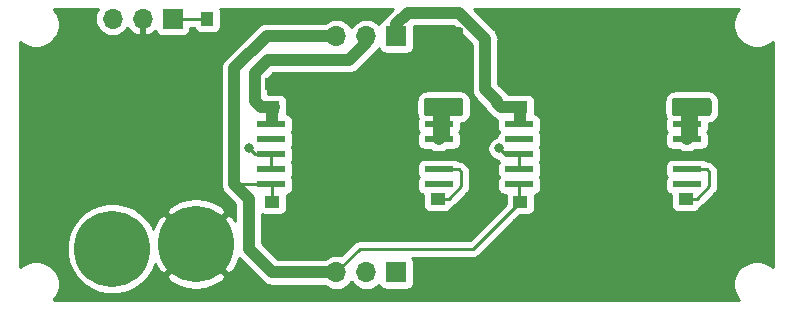
<source format=gbl>
G04 #@! TF.GenerationSoftware,KiCad,Pcbnew,5.1.4-e60b266~84~ubuntu18.04.1*
G04 #@! TF.CreationDate,2019-09-11T16:52:19+05:30*
G04 #@! TF.ProjectId,SenseCam_STCS2A_rev1,53656e73-6543-4616-9d5f-535443533241,rev?*
G04 #@! TF.SameCoordinates,Original*
G04 #@! TF.FileFunction,Copper,L2,Bot*
G04 #@! TF.FilePolarity,Positive*
%FSLAX46Y46*%
G04 Gerber Fmt 4.6, Leading zero omitted, Abs format (unit mm)*
G04 Created by KiCad (PCBNEW 5.1.4-e60b266~84~ubuntu18.04.1) date 2019-09-11 16:52:19*
%MOMM*%
%LPD*%
G04 APERTURE LIST*
%ADD10C,0.750000*%
%ADD11R,8.000000X10.000000*%
%ADD12R,2.450000X0.500000*%
%ADD13R,9.000000X10.000000*%
%ADD14C,0.100000*%
%ADD15C,1.525000*%
%ADD16R,1.700000X1.700000*%
%ADD17O,1.700000X1.700000*%
%ADD18R,1.250000X1.000000*%
%ADD19C,6.451600*%
%ADD20R,1.000000X1.250000*%
%ADD21C,0.800000*%
%ADD22C,1.000000*%
%ADD23C,0.250000*%
%ADD24C,0.254000*%
G04 APERTURE END LIST*
D10*
X153000000Y-109000000D03*
X151000000Y-109000000D03*
X149000000Y-109000000D03*
X147000000Y-109000000D03*
X153000000Y-111000000D03*
X151000000Y-111000000D03*
X149000000Y-111000000D03*
X147000000Y-111000000D03*
X153000000Y-113000000D03*
X151000000Y-113000000D03*
X149000000Y-113000000D03*
X147000000Y-113000000D03*
X153000000Y-115000000D03*
X151000000Y-115000000D03*
X149000000Y-115000000D03*
X147000000Y-115000000D03*
X153000000Y-117000000D03*
X151000000Y-117000000D03*
X149000000Y-117000000D03*
X147000000Y-117000000D03*
D11*
X150000000Y-113000000D03*
D12*
X157100000Y-115540000D03*
X157100000Y-114270000D03*
X157100000Y-113000000D03*
X157100000Y-111730000D03*
X157100000Y-110460000D03*
X142900000Y-110460000D03*
X142900000Y-111730000D03*
X142900000Y-113000000D03*
X142900000Y-114270000D03*
X142900000Y-115540000D03*
D13*
X150000000Y-113000000D03*
D10*
X153000000Y-117000000D03*
X151000000Y-117000000D03*
X149000000Y-117000000D03*
X147000000Y-117000000D03*
X153000000Y-115000000D03*
X151000000Y-115000000D03*
X149000000Y-115000000D03*
X147000000Y-115000000D03*
X153000000Y-113000000D03*
X151000000Y-113000000D03*
X149000000Y-113000000D03*
X147000000Y-113000000D03*
X153000000Y-111000000D03*
X151000000Y-111000000D03*
X149000000Y-111000000D03*
X147000000Y-111000000D03*
X153000000Y-109000000D03*
X151000000Y-109000000D03*
X149000000Y-109000000D03*
X147000000Y-109000000D03*
X132000000Y-109000000D03*
X130000000Y-109000000D03*
X128000000Y-109000000D03*
X126000000Y-109000000D03*
X132000000Y-111000000D03*
X130000000Y-111000000D03*
X128000000Y-111000000D03*
X126000000Y-111000000D03*
X132000000Y-113000000D03*
X130000000Y-113000000D03*
X128000000Y-113000000D03*
X126000000Y-113000000D03*
X132000000Y-115000000D03*
X130000000Y-115000000D03*
X128000000Y-115000000D03*
X126000000Y-115000000D03*
X132000000Y-117000000D03*
X130000000Y-117000000D03*
X128000000Y-117000000D03*
X126000000Y-117000000D03*
D11*
X129000000Y-113000000D03*
D12*
X136100000Y-115540000D03*
X136100000Y-114270000D03*
X136100000Y-113000000D03*
X136100000Y-111730000D03*
X136100000Y-110460000D03*
X121900000Y-110460000D03*
X121900000Y-111730000D03*
X121900000Y-113000000D03*
X121900000Y-114270000D03*
X121900000Y-115540000D03*
D13*
X129000000Y-113000000D03*
D10*
X132000000Y-117000000D03*
X130000000Y-117000000D03*
X128000000Y-117000000D03*
X126000000Y-117000000D03*
X132000000Y-115000000D03*
X130000000Y-115000000D03*
X128000000Y-115000000D03*
X126000000Y-115000000D03*
X132000000Y-113000000D03*
X130000000Y-113000000D03*
X128000000Y-113000000D03*
X126000000Y-113000000D03*
X132000000Y-111000000D03*
X130000000Y-111000000D03*
X128000000Y-111000000D03*
X126000000Y-111000000D03*
X132000000Y-109000000D03*
X130000000Y-109000000D03*
X128000000Y-109000000D03*
X126000000Y-109000000D03*
D14*
G36*
X158949505Y-102251204D02*
G01*
X158973773Y-102254804D01*
X158997572Y-102260765D01*
X159020671Y-102269030D01*
X159042850Y-102279520D01*
X159063893Y-102292132D01*
X159083599Y-102306747D01*
X159101777Y-102323223D01*
X159118253Y-102341401D01*
X159132868Y-102361107D01*
X159145480Y-102382150D01*
X159155970Y-102404329D01*
X159164235Y-102427428D01*
X159170196Y-102451227D01*
X159173796Y-102475495D01*
X159175000Y-102499999D01*
X159175000Y-103525001D01*
X159173796Y-103549505D01*
X159170196Y-103573773D01*
X159164235Y-103597572D01*
X159155970Y-103620671D01*
X159145480Y-103642850D01*
X159132868Y-103663893D01*
X159118253Y-103683599D01*
X159101777Y-103701777D01*
X159083599Y-103718253D01*
X159063893Y-103732868D01*
X159042850Y-103745480D01*
X159020671Y-103755970D01*
X158997572Y-103764235D01*
X158973773Y-103770196D01*
X158949505Y-103773796D01*
X158925001Y-103775000D01*
X156074999Y-103775000D01*
X156050495Y-103773796D01*
X156026227Y-103770196D01*
X156002428Y-103764235D01*
X155979329Y-103755970D01*
X155957150Y-103745480D01*
X155936107Y-103732868D01*
X155916401Y-103718253D01*
X155898223Y-103701777D01*
X155881747Y-103683599D01*
X155867132Y-103663893D01*
X155854520Y-103642850D01*
X155844030Y-103620671D01*
X155835765Y-103597572D01*
X155829804Y-103573773D01*
X155826204Y-103549505D01*
X155825000Y-103525001D01*
X155825000Y-102499999D01*
X155826204Y-102475495D01*
X155829804Y-102451227D01*
X155835765Y-102427428D01*
X155844030Y-102404329D01*
X155854520Y-102382150D01*
X155867132Y-102361107D01*
X155881747Y-102341401D01*
X155898223Y-102323223D01*
X155916401Y-102306747D01*
X155936107Y-102292132D01*
X155957150Y-102279520D01*
X155979329Y-102269030D01*
X156002428Y-102260765D01*
X156026227Y-102254804D01*
X156050495Y-102251204D01*
X156074999Y-102250000D01*
X158925001Y-102250000D01*
X158949505Y-102251204D01*
X158949505Y-102251204D01*
G37*
D15*
X157500000Y-103012500D03*
D14*
G36*
X158949505Y-108226204D02*
G01*
X158973773Y-108229804D01*
X158997572Y-108235765D01*
X159020671Y-108244030D01*
X159042850Y-108254520D01*
X159063893Y-108267132D01*
X159083599Y-108281747D01*
X159101777Y-108298223D01*
X159118253Y-108316401D01*
X159132868Y-108336107D01*
X159145480Y-108357150D01*
X159155970Y-108379329D01*
X159164235Y-108402428D01*
X159170196Y-108426227D01*
X159173796Y-108450495D01*
X159175000Y-108474999D01*
X159175000Y-109500001D01*
X159173796Y-109524505D01*
X159170196Y-109548773D01*
X159164235Y-109572572D01*
X159155970Y-109595671D01*
X159145480Y-109617850D01*
X159132868Y-109638893D01*
X159118253Y-109658599D01*
X159101777Y-109676777D01*
X159083599Y-109693253D01*
X159063893Y-109707868D01*
X159042850Y-109720480D01*
X159020671Y-109730970D01*
X158997572Y-109739235D01*
X158973773Y-109745196D01*
X158949505Y-109748796D01*
X158925001Y-109750000D01*
X156074999Y-109750000D01*
X156050495Y-109748796D01*
X156026227Y-109745196D01*
X156002428Y-109739235D01*
X155979329Y-109730970D01*
X155957150Y-109720480D01*
X155936107Y-109707868D01*
X155916401Y-109693253D01*
X155898223Y-109676777D01*
X155881747Y-109658599D01*
X155867132Y-109638893D01*
X155854520Y-109617850D01*
X155844030Y-109595671D01*
X155835765Y-109572572D01*
X155829804Y-109548773D01*
X155826204Y-109524505D01*
X155825000Y-109500001D01*
X155825000Y-108474999D01*
X155826204Y-108450495D01*
X155829804Y-108426227D01*
X155835765Y-108402428D01*
X155844030Y-108379329D01*
X155854520Y-108357150D01*
X155867132Y-108336107D01*
X155881747Y-108316401D01*
X155898223Y-108298223D01*
X155916401Y-108281747D01*
X155936107Y-108267132D01*
X155957150Y-108254520D01*
X155979329Y-108244030D01*
X156002428Y-108235765D01*
X156026227Y-108229804D01*
X156050495Y-108226204D01*
X156074999Y-108225000D01*
X158925001Y-108225000D01*
X158949505Y-108226204D01*
X158949505Y-108226204D01*
G37*
D15*
X157500000Y-108987500D03*
D14*
G36*
X137949505Y-102251204D02*
G01*
X137973773Y-102254804D01*
X137997572Y-102260765D01*
X138020671Y-102269030D01*
X138042850Y-102279520D01*
X138063893Y-102292132D01*
X138083599Y-102306747D01*
X138101777Y-102323223D01*
X138118253Y-102341401D01*
X138132868Y-102361107D01*
X138145480Y-102382150D01*
X138155970Y-102404329D01*
X138164235Y-102427428D01*
X138170196Y-102451227D01*
X138173796Y-102475495D01*
X138175000Y-102499999D01*
X138175000Y-103525001D01*
X138173796Y-103549505D01*
X138170196Y-103573773D01*
X138164235Y-103597572D01*
X138155970Y-103620671D01*
X138145480Y-103642850D01*
X138132868Y-103663893D01*
X138118253Y-103683599D01*
X138101777Y-103701777D01*
X138083599Y-103718253D01*
X138063893Y-103732868D01*
X138042850Y-103745480D01*
X138020671Y-103755970D01*
X137997572Y-103764235D01*
X137973773Y-103770196D01*
X137949505Y-103773796D01*
X137925001Y-103775000D01*
X135074999Y-103775000D01*
X135050495Y-103773796D01*
X135026227Y-103770196D01*
X135002428Y-103764235D01*
X134979329Y-103755970D01*
X134957150Y-103745480D01*
X134936107Y-103732868D01*
X134916401Y-103718253D01*
X134898223Y-103701777D01*
X134881747Y-103683599D01*
X134867132Y-103663893D01*
X134854520Y-103642850D01*
X134844030Y-103620671D01*
X134835765Y-103597572D01*
X134829804Y-103573773D01*
X134826204Y-103549505D01*
X134825000Y-103525001D01*
X134825000Y-102499999D01*
X134826204Y-102475495D01*
X134829804Y-102451227D01*
X134835765Y-102427428D01*
X134844030Y-102404329D01*
X134854520Y-102382150D01*
X134867132Y-102361107D01*
X134881747Y-102341401D01*
X134898223Y-102323223D01*
X134916401Y-102306747D01*
X134936107Y-102292132D01*
X134957150Y-102279520D01*
X134979329Y-102269030D01*
X135002428Y-102260765D01*
X135026227Y-102254804D01*
X135050495Y-102251204D01*
X135074999Y-102250000D01*
X137925001Y-102250000D01*
X137949505Y-102251204D01*
X137949505Y-102251204D01*
G37*
D15*
X136500000Y-103012500D03*
D14*
G36*
X137949505Y-108226204D02*
G01*
X137973773Y-108229804D01*
X137997572Y-108235765D01*
X138020671Y-108244030D01*
X138042850Y-108254520D01*
X138063893Y-108267132D01*
X138083599Y-108281747D01*
X138101777Y-108298223D01*
X138118253Y-108316401D01*
X138132868Y-108336107D01*
X138145480Y-108357150D01*
X138155970Y-108379329D01*
X138164235Y-108402428D01*
X138170196Y-108426227D01*
X138173796Y-108450495D01*
X138175000Y-108474999D01*
X138175000Y-109500001D01*
X138173796Y-109524505D01*
X138170196Y-109548773D01*
X138164235Y-109572572D01*
X138155970Y-109595671D01*
X138145480Y-109617850D01*
X138132868Y-109638893D01*
X138118253Y-109658599D01*
X138101777Y-109676777D01*
X138083599Y-109693253D01*
X138063893Y-109707868D01*
X138042850Y-109720480D01*
X138020671Y-109730970D01*
X137997572Y-109739235D01*
X137973773Y-109745196D01*
X137949505Y-109748796D01*
X137925001Y-109750000D01*
X135074999Y-109750000D01*
X135050495Y-109748796D01*
X135026227Y-109745196D01*
X135002428Y-109739235D01*
X134979329Y-109730970D01*
X134957150Y-109720480D01*
X134936107Y-109707868D01*
X134916401Y-109693253D01*
X134898223Y-109676777D01*
X134881747Y-109658599D01*
X134867132Y-109638893D01*
X134854520Y-109617850D01*
X134844030Y-109595671D01*
X134835765Y-109572572D01*
X134829804Y-109548773D01*
X134826204Y-109524505D01*
X134825000Y-109500001D01*
X134825000Y-108474999D01*
X134826204Y-108450495D01*
X134829804Y-108426227D01*
X134835765Y-108402428D01*
X134844030Y-108379329D01*
X134854520Y-108357150D01*
X134867132Y-108336107D01*
X134881747Y-108316401D01*
X134898223Y-108298223D01*
X134916401Y-108281747D01*
X134936107Y-108267132D01*
X134957150Y-108254520D01*
X134979329Y-108244030D01*
X135002428Y-108235765D01*
X135026227Y-108229804D01*
X135050495Y-108226204D01*
X135074999Y-108225000D01*
X137925001Y-108225000D01*
X137949505Y-108226204D01*
X137949505Y-108226204D01*
G37*
D15*
X136500000Y-108987500D03*
D16*
X132500000Y-103000000D03*
D17*
X129960000Y-103000000D03*
X127420000Y-103000000D03*
X127420000Y-123000000D03*
X129960000Y-123000000D03*
D16*
X132500000Y-123000000D03*
D17*
X108460000Y-101500000D03*
X111000000Y-101500000D03*
D16*
X113540000Y-101500000D03*
D18*
X157000000Y-116750000D03*
X157000000Y-118750000D03*
X143000000Y-109000000D03*
X143000000Y-107000000D03*
X122000000Y-119000000D03*
X122000000Y-117000000D03*
X136000000Y-116750000D03*
X136000000Y-118750000D03*
X122000000Y-109000000D03*
X122000000Y-107000000D03*
X143000000Y-119000000D03*
X143000000Y-117000000D03*
D19*
X115540000Y-120575820D03*
X108428000Y-121000000D03*
D20*
X116500000Y-101500000D03*
X118500000Y-101500000D03*
D21*
X112000000Y-110000000D03*
X115500000Y-109500000D03*
X102500000Y-109000000D03*
X118770710Y-115520710D03*
X118770710Y-109229290D03*
X120000000Y-112500000D03*
X141225002Y-112500000D03*
D22*
X118770710Y-115520710D02*
X118770710Y-109229290D01*
D23*
X122000000Y-115640000D02*
X121900000Y-115540000D01*
X122000000Y-117000000D02*
X122000000Y-115640000D01*
X121880710Y-115520710D02*
X121900000Y-115540000D01*
X118770710Y-115520710D02*
X121880710Y-115520710D01*
X142900000Y-116900000D02*
X143000000Y-117000000D01*
X142900000Y-115540000D02*
X142900000Y-116900000D01*
X127420000Y-123000000D02*
X129420000Y-121000000D01*
X129420000Y-121000000D02*
X139000000Y-121000000D01*
X139000000Y-121000000D02*
X141000000Y-119000000D01*
X141000000Y-119000000D02*
X143000000Y-117000000D01*
D22*
X122000000Y-123000000D02*
X127420000Y-123000000D01*
X120000000Y-121000000D02*
X122000000Y-123000000D01*
X118770710Y-115520710D02*
X120000000Y-116750000D01*
X120000000Y-116750000D02*
X120000000Y-121000000D01*
X121500000Y-103000000D02*
X127420000Y-103000000D01*
X118770710Y-109229290D02*
X118770710Y-105729290D01*
X118770710Y-105729290D02*
X121500000Y-103000000D01*
X121900000Y-109100000D02*
X122000000Y-109000000D01*
X122000000Y-109000000D02*
X122125000Y-109000000D01*
X122000000Y-109000000D02*
X122000000Y-110000000D01*
X122000000Y-109000000D02*
X121000000Y-109000000D01*
X121000000Y-109000000D02*
X120500000Y-108500000D01*
X120500000Y-108500000D02*
X120500000Y-106114998D01*
X129960000Y-103000000D02*
X129960000Y-103540000D01*
X129960000Y-103540000D02*
X128500000Y-105000000D01*
X121614998Y-105000000D02*
X128500000Y-105000000D01*
X120500000Y-106114998D02*
X121614998Y-105000000D01*
D23*
X136100000Y-114270000D02*
X137770000Y-114270000D01*
X137770000Y-114270000D02*
X138000000Y-114500000D01*
X136875000Y-116750000D02*
X136000000Y-116750000D01*
X136950002Y-116750000D02*
X136875000Y-116750000D01*
X138000000Y-115700002D02*
X136950002Y-116750000D01*
X138000000Y-114500000D02*
X138000000Y-115700002D01*
D22*
X143000000Y-109000000D02*
X143000000Y-110000000D01*
X132500000Y-102000000D02*
X132500000Y-103000000D01*
X133500000Y-101000000D02*
X132500000Y-102000000D01*
X137768520Y-101000000D02*
X133500000Y-101000000D01*
X141375000Y-109000000D02*
X141000000Y-108625000D01*
X141000000Y-108625000D02*
X141000000Y-108500000D01*
X140000000Y-107500000D02*
X140000000Y-103231480D01*
X143000000Y-109000000D02*
X141375000Y-109000000D01*
X141000000Y-108500000D02*
X140000000Y-107500000D01*
X140000000Y-103231480D02*
X137768520Y-101000000D01*
D23*
X157100000Y-114270000D02*
X158770000Y-114270000D01*
X158770000Y-114270000D02*
X159000000Y-114500000D01*
X157950002Y-116750000D02*
X157875000Y-116750000D01*
X159000000Y-115700002D02*
X157950002Y-116750000D01*
X157875000Y-116750000D02*
X157000000Y-116750000D01*
X159000000Y-114500000D02*
X159000000Y-115700002D01*
X121900000Y-114270000D02*
X121900000Y-113000000D01*
X142900000Y-114270000D02*
X142900000Y-113000000D01*
X120000000Y-112500000D02*
X120500000Y-113000000D01*
X120500000Y-113000000D02*
X121900000Y-113000000D01*
X141725002Y-113000000D02*
X141225002Y-112500000D01*
X142900000Y-113000000D02*
X141725002Y-113000000D01*
X116500000Y-101500000D02*
X113540000Y-101500000D01*
D22*
X136100000Y-110460000D02*
X136100000Y-111730000D01*
X136100000Y-109387500D02*
X136500000Y-108987500D01*
X136100000Y-110460000D02*
X136100000Y-109387500D01*
X136500000Y-111330000D02*
X136100000Y-111730000D01*
X136500000Y-108987500D02*
X136500000Y-111330000D01*
X157100000Y-111730000D02*
X157100000Y-110460000D01*
X157100000Y-109387500D02*
X157500000Y-108987500D01*
X157100000Y-110460000D02*
X157100000Y-109387500D01*
X157500000Y-111330000D02*
X157100000Y-111730000D01*
X157500000Y-108987500D02*
X157500000Y-111330000D01*
D24*
G36*
X107219294Y-100670986D02*
G01*
X107081401Y-100928966D01*
X106996487Y-101208889D01*
X106967815Y-101500000D01*
X106996487Y-101791111D01*
X107081401Y-102071034D01*
X107219294Y-102329014D01*
X107404866Y-102555134D01*
X107630986Y-102740706D01*
X107888966Y-102878599D01*
X108168889Y-102963513D01*
X108387050Y-102985000D01*
X108532950Y-102985000D01*
X108751111Y-102963513D01*
X109031034Y-102878599D01*
X109289014Y-102740706D01*
X109515134Y-102555134D01*
X109700706Y-102329014D01*
X109735201Y-102264477D01*
X109804822Y-102381355D01*
X109999731Y-102597588D01*
X110233080Y-102771641D01*
X110495901Y-102896825D01*
X110643110Y-102941476D01*
X110873000Y-102820155D01*
X110873000Y-101627000D01*
X110853000Y-101627000D01*
X110853000Y-101373000D01*
X110873000Y-101373000D01*
X110873000Y-101353000D01*
X111127000Y-101353000D01*
X111127000Y-101373000D01*
X111147000Y-101373000D01*
X111147000Y-101627000D01*
X111127000Y-101627000D01*
X111127000Y-102820155D01*
X111356890Y-102941476D01*
X111504099Y-102896825D01*
X111766920Y-102771641D01*
X112000269Y-102597588D01*
X112076034Y-102513534D01*
X112100498Y-102594180D01*
X112159463Y-102704494D01*
X112238815Y-102801185D01*
X112335506Y-102880537D01*
X112445820Y-102939502D01*
X112565518Y-102975812D01*
X112690000Y-102988072D01*
X114390000Y-102988072D01*
X114514482Y-102975812D01*
X114634180Y-102939502D01*
X114744494Y-102880537D01*
X114841185Y-102801185D01*
X114920537Y-102704494D01*
X114979502Y-102594180D01*
X115015812Y-102474482D01*
X115028072Y-102350000D01*
X115028072Y-102260000D01*
X115377379Y-102260000D01*
X115410498Y-102369180D01*
X115469463Y-102479494D01*
X115548815Y-102576185D01*
X115645506Y-102655537D01*
X115755820Y-102714502D01*
X115875518Y-102750812D01*
X116000000Y-102763072D01*
X117000000Y-102763072D01*
X117124482Y-102750812D01*
X117244180Y-102714502D01*
X117354494Y-102655537D01*
X117451185Y-102576185D01*
X117530537Y-102479494D01*
X117589502Y-102369180D01*
X117625812Y-102249482D01*
X117638072Y-102125000D01*
X117638072Y-100875000D01*
X117625812Y-100750518D01*
X117598354Y-100660000D01*
X132234868Y-100660000D01*
X131736864Y-101158005D01*
X131693551Y-101193551D01*
X131551716Y-101366377D01*
X131456112Y-101545242D01*
X131405820Y-101560498D01*
X131295506Y-101619463D01*
X131198815Y-101698815D01*
X131119463Y-101795506D01*
X131060498Y-101905820D01*
X131039607Y-101974687D01*
X131015134Y-101944866D01*
X130789014Y-101759294D01*
X130531034Y-101621401D01*
X130251111Y-101536487D01*
X130032950Y-101515000D01*
X129887050Y-101515000D01*
X129668889Y-101536487D01*
X129388966Y-101621401D01*
X129130986Y-101759294D01*
X128904866Y-101944866D01*
X128719294Y-102170986D01*
X128690000Y-102225791D01*
X128660706Y-102170986D01*
X128475134Y-101944866D01*
X128249014Y-101759294D01*
X127991034Y-101621401D01*
X127711111Y-101536487D01*
X127492950Y-101515000D01*
X127347050Y-101515000D01*
X127128889Y-101536487D01*
X126848966Y-101621401D01*
X126590986Y-101759294D01*
X126462183Y-101865000D01*
X121555751Y-101865000D01*
X121500000Y-101859509D01*
X121444248Y-101865000D01*
X121277501Y-101881423D01*
X121063553Y-101946324D01*
X120866377Y-102051716D01*
X120693551Y-102193551D01*
X120658009Y-102236859D01*
X118007570Y-104887299D01*
X117964262Y-104922841D01*
X117822427Y-105095667D01*
X117784452Y-105166714D01*
X117717034Y-105292844D01*
X117652133Y-105506792D01*
X117630219Y-105729290D01*
X117635711Y-105785051D01*
X117635710Y-109285041D01*
X117635711Y-109285051D01*
X117635710Y-115464958D01*
X117630219Y-115520710D01*
X117635710Y-115576461D01*
X117652133Y-115743208D01*
X117717034Y-115957156D01*
X117822426Y-116154333D01*
X117964261Y-116327159D01*
X118007574Y-116362705D01*
X118865000Y-117220133D01*
X118865000Y-118603775D01*
X118779671Y-118441597D01*
X118751533Y-118399485D01*
X118259224Y-118036201D01*
X115719605Y-120575820D01*
X118259224Y-123115439D01*
X118751533Y-122752155D01*
X119114406Y-122083797D01*
X119199105Y-121811006D01*
X119236860Y-121841991D01*
X121158009Y-123763141D01*
X121193551Y-123806449D01*
X121366377Y-123948284D01*
X121563553Y-124053676D01*
X121697076Y-124094180D01*
X121777500Y-124118577D01*
X121999999Y-124140491D01*
X122055751Y-124135000D01*
X126462183Y-124135000D01*
X126590986Y-124240706D01*
X126848966Y-124378599D01*
X127128889Y-124463513D01*
X127347050Y-124485000D01*
X127492950Y-124485000D01*
X127711111Y-124463513D01*
X127991034Y-124378599D01*
X128249014Y-124240706D01*
X128475134Y-124055134D01*
X128660706Y-123829014D01*
X128690000Y-123774209D01*
X128719294Y-123829014D01*
X128904866Y-124055134D01*
X129130986Y-124240706D01*
X129388966Y-124378599D01*
X129668889Y-124463513D01*
X129887050Y-124485000D01*
X130032950Y-124485000D01*
X130251111Y-124463513D01*
X130531034Y-124378599D01*
X130789014Y-124240706D01*
X131015134Y-124055134D01*
X131039607Y-124025313D01*
X131060498Y-124094180D01*
X131119463Y-124204494D01*
X131198815Y-124301185D01*
X131295506Y-124380537D01*
X131405820Y-124439502D01*
X131525518Y-124475812D01*
X131650000Y-124488072D01*
X133350000Y-124488072D01*
X133474482Y-124475812D01*
X133594180Y-124439502D01*
X133704494Y-124380537D01*
X133801185Y-124301185D01*
X133880537Y-124204494D01*
X133939502Y-124094180D01*
X133975812Y-123974482D01*
X133988072Y-123850000D01*
X133988072Y-122150000D01*
X133975812Y-122025518D01*
X133939502Y-121905820D01*
X133880537Y-121795506D01*
X133851398Y-121760000D01*
X138962678Y-121760000D01*
X139000000Y-121763676D01*
X139037322Y-121760000D01*
X139037333Y-121760000D01*
X139148986Y-121749003D01*
X139292247Y-121705546D01*
X139424276Y-121634974D01*
X139540001Y-121540001D01*
X139563804Y-121510997D01*
X141563799Y-119511003D01*
X141563803Y-119510998D01*
X142936730Y-118138072D01*
X143625000Y-118138072D01*
X143749482Y-118125812D01*
X143869180Y-118089502D01*
X143979494Y-118030537D01*
X144076185Y-117951185D01*
X144155537Y-117854494D01*
X144214502Y-117744180D01*
X144231396Y-117688485D01*
X146491120Y-117688485D01*
X146510899Y-117889255D01*
X146693782Y-117967587D01*
X146888433Y-118008735D01*
X147087372Y-118011118D01*
X147282952Y-117974644D01*
X147467659Y-117900715D01*
X147489101Y-117889255D01*
X147508880Y-117688485D01*
X148491120Y-117688485D01*
X148510899Y-117889255D01*
X148693782Y-117967587D01*
X148888433Y-118008735D01*
X149087372Y-118011118D01*
X149282952Y-117974644D01*
X149467659Y-117900715D01*
X149489101Y-117889255D01*
X149508880Y-117688485D01*
X150491120Y-117688485D01*
X150510899Y-117889255D01*
X150693782Y-117967587D01*
X150888433Y-118008735D01*
X151087372Y-118011118D01*
X151282952Y-117974644D01*
X151467659Y-117900715D01*
X151489101Y-117889255D01*
X151508880Y-117688485D01*
X152491120Y-117688485D01*
X152510899Y-117889255D01*
X152693782Y-117967587D01*
X152888433Y-118008735D01*
X153087372Y-118011118D01*
X153282952Y-117974644D01*
X153467659Y-117900715D01*
X153489101Y-117889255D01*
X153508880Y-117688485D01*
X153000000Y-117179605D01*
X152491120Y-117688485D01*
X151508880Y-117688485D01*
X151000000Y-117179605D01*
X150491120Y-117688485D01*
X149508880Y-117688485D01*
X149000000Y-117179605D01*
X148491120Y-117688485D01*
X147508880Y-117688485D01*
X147000000Y-117179605D01*
X146491120Y-117688485D01*
X144231396Y-117688485D01*
X144250812Y-117624482D01*
X144263072Y-117500000D01*
X144263072Y-117087372D01*
X145988882Y-117087372D01*
X146025356Y-117282952D01*
X146099285Y-117467659D01*
X146110745Y-117489101D01*
X146311515Y-117508880D01*
X146820395Y-117000000D01*
X147179605Y-117000000D01*
X147688485Y-117508880D01*
X147889255Y-117489101D01*
X147967587Y-117306218D01*
X148000585Y-117150123D01*
X148025356Y-117282952D01*
X148099285Y-117467659D01*
X148110745Y-117489101D01*
X148311515Y-117508880D01*
X148820395Y-117000000D01*
X149179605Y-117000000D01*
X149688485Y-117508880D01*
X149889255Y-117489101D01*
X149967587Y-117306218D01*
X150000585Y-117150123D01*
X150025356Y-117282952D01*
X150099285Y-117467659D01*
X150110745Y-117489101D01*
X150311515Y-117508880D01*
X150820395Y-117000000D01*
X151179605Y-117000000D01*
X151688485Y-117508880D01*
X151889255Y-117489101D01*
X151967587Y-117306218D01*
X152000585Y-117150123D01*
X152025356Y-117282952D01*
X152099285Y-117467659D01*
X152110745Y-117489101D01*
X152311515Y-117508880D01*
X152820395Y-117000000D01*
X153179605Y-117000000D01*
X153688485Y-117508880D01*
X153889255Y-117489101D01*
X153967587Y-117306218D01*
X154008735Y-117111567D01*
X154011118Y-116912628D01*
X153974644Y-116717048D01*
X153900715Y-116532341D01*
X153889255Y-116510899D01*
X153688485Y-116491120D01*
X153179605Y-117000000D01*
X152820395Y-117000000D01*
X152311515Y-116491120D01*
X152110745Y-116510899D01*
X152032413Y-116693782D01*
X151999415Y-116849877D01*
X151974644Y-116717048D01*
X151900715Y-116532341D01*
X151889255Y-116510899D01*
X151688485Y-116491120D01*
X151179605Y-117000000D01*
X150820395Y-117000000D01*
X150311515Y-116491120D01*
X150110745Y-116510899D01*
X150032413Y-116693782D01*
X149999415Y-116849877D01*
X149974644Y-116717048D01*
X149900715Y-116532341D01*
X149889255Y-116510899D01*
X149688485Y-116491120D01*
X149179605Y-117000000D01*
X148820395Y-117000000D01*
X148311515Y-116491120D01*
X148110745Y-116510899D01*
X148032413Y-116693782D01*
X147999415Y-116849877D01*
X147974644Y-116717048D01*
X147900715Y-116532341D01*
X147889255Y-116510899D01*
X147688485Y-116491120D01*
X147179605Y-117000000D01*
X146820395Y-117000000D01*
X146311515Y-116491120D01*
X146110745Y-116510899D01*
X146032413Y-116693782D01*
X145991265Y-116888433D01*
X145988882Y-117087372D01*
X144263072Y-117087372D01*
X144263072Y-116500000D01*
X144254627Y-116414251D01*
X144369180Y-116379502D01*
X144479494Y-116320537D01*
X144576185Y-116241185D01*
X144655537Y-116144494D01*
X144714502Y-116034180D01*
X144750812Y-115914482D01*
X144763072Y-115790000D01*
X144763072Y-115688485D01*
X146491120Y-115688485D01*
X146510899Y-115889255D01*
X146693782Y-115967587D01*
X146849877Y-116000585D01*
X146717048Y-116025356D01*
X146532341Y-116099285D01*
X146510899Y-116110745D01*
X146491120Y-116311515D01*
X147000000Y-116820395D01*
X147508880Y-116311515D01*
X147489101Y-116110745D01*
X147306218Y-116032413D01*
X147150123Y-115999415D01*
X147282952Y-115974644D01*
X147467659Y-115900715D01*
X147489101Y-115889255D01*
X147508880Y-115688485D01*
X148491120Y-115688485D01*
X148510899Y-115889255D01*
X148693782Y-115967587D01*
X148849877Y-116000585D01*
X148717048Y-116025356D01*
X148532341Y-116099285D01*
X148510899Y-116110745D01*
X148491120Y-116311515D01*
X149000000Y-116820395D01*
X149508880Y-116311515D01*
X149489101Y-116110745D01*
X149306218Y-116032413D01*
X149150123Y-115999415D01*
X149282952Y-115974644D01*
X149467659Y-115900715D01*
X149489101Y-115889255D01*
X149508880Y-115688485D01*
X150491120Y-115688485D01*
X150510899Y-115889255D01*
X150693782Y-115967587D01*
X150849877Y-116000585D01*
X150717048Y-116025356D01*
X150532341Y-116099285D01*
X150510899Y-116110745D01*
X150491120Y-116311515D01*
X151000000Y-116820395D01*
X151508880Y-116311515D01*
X151489101Y-116110745D01*
X151306218Y-116032413D01*
X151150123Y-115999415D01*
X151282952Y-115974644D01*
X151467659Y-115900715D01*
X151489101Y-115889255D01*
X151508880Y-115688485D01*
X152491120Y-115688485D01*
X152510899Y-115889255D01*
X152693782Y-115967587D01*
X152849877Y-116000585D01*
X152717048Y-116025356D01*
X152532341Y-116099285D01*
X152510899Y-116110745D01*
X152491120Y-116311515D01*
X153000000Y-116820395D01*
X153508880Y-116311515D01*
X153489101Y-116110745D01*
X153306218Y-116032413D01*
X153150123Y-115999415D01*
X153282952Y-115974644D01*
X153467659Y-115900715D01*
X153489101Y-115889255D01*
X153508880Y-115688485D01*
X153000000Y-115179605D01*
X152491120Y-115688485D01*
X151508880Y-115688485D01*
X151000000Y-115179605D01*
X150491120Y-115688485D01*
X149508880Y-115688485D01*
X149000000Y-115179605D01*
X148491120Y-115688485D01*
X147508880Y-115688485D01*
X147000000Y-115179605D01*
X146491120Y-115688485D01*
X144763072Y-115688485D01*
X144763072Y-115290000D01*
X144750812Y-115165518D01*
X144727107Y-115087372D01*
X145988882Y-115087372D01*
X146025356Y-115282952D01*
X146099285Y-115467659D01*
X146110745Y-115489101D01*
X146311515Y-115508880D01*
X146820395Y-115000000D01*
X147179605Y-115000000D01*
X147688485Y-115508880D01*
X147889255Y-115489101D01*
X147967587Y-115306218D01*
X148000585Y-115150123D01*
X148025356Y-115282952D01*
X148099285Y-115467659D01*
X148110745Y-115489101D01*
X148311515Y-115508880D01*
X148820395Y-115000000D01*
X149179605Y-115000000D01*
X149688485Y-115508880D01*
X149889255Y-115489101D01*
X149967587Y-115306218D01*
X150000585Y-115150123D01*
X150025356Y-115282952D01*
X150099285Y-115467659D01*
X150110745Y-115489101D01*
X150311515Y-115508880D01*
X150820395Y-115000000D01*
X151179605Y-115000000D01*
X151688485Y-115508880D01*
X151889255Y-115489101D01*
X151967587Y-115306218D01*
X152000585Y-115150123D01*
X152025356Y-115282952D01*
X152099285Y-115467659D01*
X152110745Y-115489101D01*
X152311515Y-115508880D01*
X152820395Y-115000000D01*
X153179605Y-115000000D01*
X153688485Y-115508880D01*
X153889255Y-115489101D01*
X153967587Y-115306218D01*
X154008735Y-115111567D01*
X154011118Y-114912628D01*
X153974644Y-114717048D01*
X153900715Y-114532341D01*
X153889255Y-114510899D01*
X153688485Y-114491120D01*
X153179605Y-115000000D01*
X152820395Y-115000000D01*
X152311515Y-114491120D01*
X152110745Y-114510899D01*
X152032413Y-114693782D01*
X151999415Y-114849877D01*
X151974644Y-114717048D01*
X151900715Y-114532341D01*
X151889255Y-114510899D01*
X151688485Y-114491120D01*
X151179605Y-115000000D01*
X150820395Y-115000000D01*
X150311515Y-114491120D01*
X150110745Y-114510899D01*
X150032413Y-114693782D01*
X149999415Y-114849877D01*
X149974644Y-114717048D01*
X149900715Y-114532341D01*
X149889255Y-114510899D01*
X149688485Y-114491120D01*
X149179605Y-115000000D01*
X148820395Y-115000000D01*
X148311515Y-114491120D01*
X148110745Y-114510899D01*
X148032413Y-114693782D01*
X147999415Y-114849877D01*
X147974644Y-114717048D01*
X147900715Y-114532341D01*
X147889255Y-114510899D01*
X147688485Y-114491120D01*
X147179605Y-115000000D01*
X146820395Y-115000000D01*
X146311515Y-114491120D01*
X146110745Y-114510899D01*
X146032413Y-114693782D01*
X145991265Y-114888433D01*
X145988882Y-115087372D01*
X144727107Y-115087372D01*
X144714502Y-115045820D01*
X144655537Y-114935506D01*
X144630501Y-114905000D01*
X144655537Y-114874494D01*
X144714502Y-114764180D01*
X144750812Y-114644482D01*
X144763072Y-114520000D01*
X144763072Y-114020000D01*
X144750812Y-113895518D01*
X144714502Y-113775820D01*
X144667820Y-113688485D01*
X146491120Y-113688485D01*
X146510899Y-113889255D01*
X146693782Y-113967587D01*
X146849877Y-114000585D01*
X146717048Y-114025356D01*
X146532341Y-114099285D01*
X146510899Y-114110745D01*
X146491120Y-114311515D01*
X147000000Y-114820395D01*
X147508880Y-114311515D01*
X147489101Y-114110745D01*
X147306218Y-114032413D01*
X147150123Y-113999415D01*
X147282952Y-113974644D01*
X147467659Y-113900715D01*
X147489101Y-113889255D01*
X147508880Y-113688485D01*
X148491120Y-113688485D01*
X148510899Y-113889255D01*
X148693782Y-113967587D01*
X148849877Y-114000585D01*
X148717048Y-114025356D01*
X148532341Y-114099285D01*
X148510899Y-114110745D01*
X148491120Y-114311515D01*
X149000000Y-114820395D01*
X149508880Y-114311515D01*
X149489101Y-114110745D01*
X149306218Y-114032413D01*
X149150123Y-113999415D01*
X149282952Y-113974644D01*
X149467659Y-113900715D01*
X149489101Y-113889255D01*
X149508880Y-113688485D01*
X150491120Y-113688485D01*
X150510899Y-113889255D01*
X150693782Y-113967587D01*
X150849877Y-114000585D01*
X150717048Y-114025356D01*
X150532341Y-114099285D01*
X150510899Y-114110745D01*
X150491120Y-114311515D01*
X151000000Y-114820395D01*
X151508880Y-114311515D01*
X151489101Y-114110745D01*
X151306218Y-114032413D01*
X151150123Y-113999415D01*
X151282952Y-113974644D01*
X151467659Y-113900715D01*
X151489101Y-113889255D01*
X151508880Y-113688485D01*
X152491120Y-113688485D01*
X152510899Y-113889255D01*
X152693782Y-113967587D01*
X152849877Y-114000585D01*
X152717048Y-114025356D01*
X152532341Y-114099285D01*
X152510899Y-114110745D01*
X152491120Y-114311515D01*
X153000000Y-114820395D01*
X153508880Y-114311515D01*
X153489101Y-114110745D01*
X153306218Y-114032413D01*
X153247500Y-114020000D01*
X155236928Y-114020000D01*
X155236928Y-114520000D01*
X155249188Y-114644482D01*
X155285498Y-114764180D01*
X155344463Y-114874494D01*
X155369499Y-114905000D01*
X155344463Y-114935506D01*
X155285498Y-115045820D01*
X155249188Y-115165518D01*
X155236928Y-115290000D01*
X155236928Y-115790000D01*
X155249188Y-115914482D01*
X155285498Y-116034180D01*
X155344463Y-116144494D01*
X155423815Y-116241185D01*
X155520506Y-116320537D01*
X155630820Y-116379502D01*
X155736928Y-116411690D01*
X155736928Y-117250000D01*
X155749188Y-117374482D01*
X155785498Y-117494180D01*
X155844463Y-117604494D01*
X155923815Y-117701185D01*
X156020506Y-117780537D01*
X156130820Y-117839502D01*
X156250518Y-117875812D01*
X156375000Y-117888072D01*
X157625000Y-117888072D01*
X157749482Y-117875812D01*
X157869180Y-117839502D01*
X157979494Y-117780537D01*
X158076185Y-117701185D01*
X158155537Y-117604494D01*
X158214502Y-117494180D01*
X158224597Y-117460901D01*
X158242249Y-117455546D01*
X158374278Y-117384974D01*
X158490003Y-117290001D01*
X158513805Y-117260998D01*
X159511008Y-116263797D01*
X159540001Y-116240003D01*
X159563795Y-116211010D01*
X159563799Y-116211006D01*
X159634973Y-116124279D01*
X159639919Y-116115026D01*
X159705546Y-115992249D01*
X159749003Y-115848988D01*
X159760000Y-115737335D01*
X159760000Y-115737326D01*
X159763676Y-115700003D01*
X159760000Y-115662680D01*
X159760000Y-114537322D01*
X159763676Y-114499999D01*
X159760000Y-114462676D01*
X159760000Y-114462667D01*
X159749003Y-114351014D01*
X159705546Y-114207753D01*
X159634974Y-114075724D01*
X159540001Y-113959999D01*
X159510998Y-113936197D01*
X159333804Y-113759003D01*
X159310001Y-113729999D01*
X159194276Y-113635026D01*
X159062247Y-113564454D01*
X158918986Y-113520997D01*
X158807333Y-113510000D01*
X158807322Y-113510000D01*
X158770000Y-113506324D01*
X158732678Y-113510000D01*
X158704518Y-113510000D01*
X158679494Y-113489463D01*
X158569180Y-113430498D01*
X158449482Y-113394188D01*
X158325000Y-113381928D01*
X155875000Y-113381928D01*
X155750518Y-113394188D01*
X155630820Y-113430498D01*
X155520506Y-113489463D01*
X155423815Y-113568815D01*
X155344463Y-113665506D01*
X155285498Y-113775820D01*
X155249188Y-113895518D01*
X155236928Y-114020000D01*
X153247500Y-114020000D01*
X153150123Y-113999415D01*
X153282952Y-113974644D01*
X153467659Y-113900715D01*
X153489101Y-113889255D01*
X153508880Y-113688485D01*
X153000000Y-113179605D01*
X152491120Y-113688485D01*
X151508880Y-113688485D01*
X151000000Y-113179605D01*
X150491120Y-113688485D01*
X149508880Y-113688485D01*
X149000000Y-113179605D01*
X148491120Y-113688485D01*
X147508880Y-113688485D01*
X147000000Y-113179605D01*
X146491120Y-113688485D01*
X144667820Y-113688485D01*
X144655537Y-113665506D01*
X144630501Y-113635000D01*
X144655537Y-113604494D01*
X144714502Y-113494180D01*
X144750812Y-113374482D01*
X144763072Y-113250000D01*
X144763072Y-113087372D01*
X145988882Y-113087372D01*
X146025356Y-113282952D01*
X146099285Y-113467659D01*
X146110745Y-113489101D01*
X146311515Y-113508880D01*
X146820395Y-113000000D01*
X147179605Y-113000000D01*
X147688485Y-113508880D01*
X147889255Y-113489101D01*
X147967587Y-113306218D01*
X148000585Y-113150123D01*
X148025356Y-113282952D01*
X148099285Y-113467659D01*
X148110745Y-113489101D01*
X148311515Y-113508880D01*
X148820395Y-113000000D01*
X149179605Y-113000000D01*
X149688485Y-113508880D01*
X149889255Y-113489101D01*
X149967587Y-113306218D01*
X150000585Y-113150123D01*
X150025356Y-113282952D01*
X150099285Y-113467659D01*
X150110745Y-113489101D01*
X150311515Y-113508880D01*
X150820395Y-113000000D01*
X151179605Y-113000000D01*
X151688485Y-113508880D01*
X151889255Y-113489101D01*
X151967587Y-113306218D01*
X152000585Y-113150123D01*
X152025356Y-113282952D01*
X152099285Y-113467659D01*
X152110745Y-113489101D01*
X152311515Y-113508880D01*
X152820395Y-113000000D01*
X153179605Y-113000000D01*
X153688485Y-113508880D01*
X153889255Y-113489101D01*
X153967587Y-113306218D01*
X154008735Y-113111567D01*
X154011118Y-112912628D01*
X153974644Y-112717048D01*
X153900715Y-112532341D01*
X153889255Y-112510899D01*
X153688485Y-112491120D01*
X153179605Y-113000000D01*
X152820395Y-113000000D01*
X152311515Y-112491120D01*
X152110745Y-112510899D01*
X152032413Y-112693782D01*
X151999415Y-112849877D01*
X151974644Y-112717048D01*
X151900715Y-112532341D01*
X151889255Y-112510899D01*
X151688485Y-112491120D01*
X151179605Y-113000000D01*
X150820395Y-113000000D01*
X150311515Y-112491120D01*
X150110745Y-112510899D01*
X150032413Y-112693782D01*
X149999415Y-112849877D01*
X149974644Y-112717048D01*
X149900715Y-112532341D01*
X149889255Y-112510899D01*
X149688485Y-112491120D01*
X149179605Y-113000000D01*
X148820395Y-113000000D01*
X148311515Y-112491120D01*
X148110745Y-112510899D01*
X148032413Y-112693782D01*
X147999415Y-112849877D01*
X147974644Y-112717048D01*
X147900715Y-112532341D01*
X147889255Y-112510899D01*
X147688485Y-112491120D01*
X147179605Y-113000000D01*
X146820395Y-113000000D01*
X146311515Y-112491120D01*
X146110745Y-112510899D01*
X146032413Y-112693782D01*
X145991265Y-112888433D01*
X145988882Y-113087372D01*
X144763072Y-113087372D01*
X144763072Y-112750000D01*
X144750812Y-112625518D01*
X144714502Y-112505820D01*
X144655537Y-112395506D01*
X144630501Y-112365000D01*
X144655537Y-112334494D01*
X144714502Y-112224180D01*
X144750812Y-112104482D01*
X144763072Y-111980000D01*
X144763072Y-111688485D01*
X146491120Y-111688485D01*
X146510899Y-111889255D01*
X146693782Y-111967587D01*
X146849877Y-112000585D01*
X146717048Y-112025356D01*
X146532341Y-112099285D01*
X146510899Y-112110745D01*
X146491120Y-112311515D01*
X147000000Y-112820395D01*
X147508880Y-112311515D01*
X147489101Y-112110745D01*
X147306218Y-112032413D01*
X147150123Y-111999415D01*
X147282952Y-111974644D01*
X147467659Y-111900715D01*
X147489101Y-111889255D01*
X147508880Y-111688485D01*
X148491120Y-111688485D01*
X148510899Y-111889255D01*
X148693782Y-111967587D01*
X148849877Y-112000585D01*
X148717048Y-112025356D01*
X148532341Y-112099285D01*
X148510899Y-112110745D01*
X148491120Y-112311515D01*
X149000000Y-112820395D01*
X149508880Y-112311515D01*
X149489101Y-112110745D01*
X149306218Y-112032413D01*
X149150123Y-111999415D01*
X149282952Y-111974644D01*
X149467659Y-111900715D01*
X149489101Y-111889255D01*
X149508880Y-111688485D01*
X150491120Y-111688485D01*
X150510899Y-111889255D01*
X150693782Y-111967587D01*
X150849877Y-112000585D01*
X150717048Y-112025356D01*
X150532341Y-112099285D01*
X150510899Y-112110745D01*
X150491120Y-112311515D01*
X151000000Y-112820395D01*
X151508880Y-112311515D01*
X151489101Y-112110745D01*
X151306218Y-112032413D01*
X151150123Y-111999415D01*
X151282952Y-111974644D01*
X151467659Y-111900715D01*
X151489101Y-111889255D01*
X151508880Y-111688485D01*
X152491120Y-111688485D01*
X152510899Y-111889255D01*
X152693782Y-111967587D01*
X152849877Y-112000585D01*
X152717048Y-112025356D01*
X152532341Y-112099285D01*
X152510899Y-112110745D01*
X152491120Y-112311515D01*
X153000000Y-112820395D01*
X153508880Y-112311515D01*
X153489101Y-112110745D01*
X153306218Y-112032413D01*
X153150123Y-111999415D01*
X153282952Y-111974644D01*
X153467659Y-111900715D01*
X153489101Y-111889255D01*
X153508880Y-111688485D01*
X153000000Y-111179605D01*
X152491120Y-111688485D01*
X151508880Y-111688485D01*
X151000000Y-111179605D01*
X150491120Y-111688485D01*
X149508880Y-111688485D01*
X149000000Y-111179605D01*
X148491120Y-111688485D01*
X147508880Y-111688485D01*
X147000000Y-111179605D01*
X146491120Y-111688485D01*
X144763072Y-111688485D01*
X144763072Y-111480000D01*
X144750812Y-111355518D01*
X144714502Y-111235820D01*
X144655537Y-111125506D01*
X144630501Y-111095000D01*
X144636761Y-111087372D01*
X145988882Y-111087372D01*
X146025356Y-111282952D01*
X146099285Y-111467659D01*
X146110745Y-111489101D01*
X146311515Y-111508880D01*
X146820395Y-111000000D01*
X147179605Y-111000000D01*
X147688485Y-111508880D01*
X147889255Y-111489101D01*
X147967587Y-111306218D01*
X148000585Y-111150123D01*
X148025356Y-111282952D01*
X148099285Y-111467659D01*
X148110745Y-111489101D01*
X148311515Y-111508880D01*
X148820395Y-111000000D01*
X149179605Y-111000000D01*
X149688485Y-111508880D01*
X149889255Y-111489101D01*
X149967587Y-111306218D01*
X150000585Y-111150123D01*
X150025356Y-111282952D01*
X150099285Y-111467659D01*
X150110745Y-111489101D01*
X150311515Y-111508880D01*
X150820395Y-111000000D01*
X151179605Y-111000000D01*
X151688485Y-111508880D01*
X151889255Y-111489101D01*
X151967587Y-111306218D01*
X152000585Y-111150123D01*
X152025356Y-111282952D01*
X152099285Y-111467659D01*
X152110745Y-111489101D01*
X152311515Y-111508880D01*
X152820395Y-111000000D01*
X153179605Y-111000000D01*
X153688485Y-111508880D01*
X153889255Y-111489101D01*
X153967587Y-111306218D01*
X154008735Y-111111567D01*
X154011118Y-110912628D01*
X153974644Y-110717048D01*
X153900715Y-110532341D01*
X153889255Y-110510899D01*
X153688485Y-110491120D01*
X153179605Y-111000000D01*
X152820395Y-111000000D01*
X152311515Y-110491120D01*
X152110745Y-110510899D01*
X152032413Y-110693782D01*
X151999415Y-110849877D01*
X151974644Y-110717048D01*
X151900715Y-110532341D01*
X151889255Y-110510899D01*
X151688485Y-110491120D01*
X151179605Y-111000000D01*
X150820395Y-111000000D01*
X150311515Y-110491120D01*
X150110745Y-110510899D01*
X150032413Y-110693782D01*
X149999415Y-110849877D01*
X149974644Y-110717048D01*
X149900715Y-110532341D01*
X149889255Y-110510899D01*
X149688485Y-110491120D01*
X149179605Y-111000000D01*
X148820395Y-111000000D01*
X148311515Y-110491120D01*
X148110745Y-110510899D01*
X148032413Y-110693782D01*
X147999415Y-110849877D01*
X147974644Y-110717048D01*
X147900715Y-110532341D01*
X147889255Y-110510899D01*
X147688485Y-110491120D01*
X147179605Y-111000000D01*
X146820395Y-111000000D01*
X146311515Y-110491120D01*
X146110745Y-110510899D01*
X146032413Y-110693782D01*
X145991265Y-110888433D01*
X145988882Y-111087372D01*
X144636761Y-111087372D01*
X144655537Y-111064494D01*
X144714502Y-110954180D01*
X144750812Y-110834482D01*
X144763072Y-110710000D01*
X144763072Y-110210000D01*
X144750812Y-110085518D01*
X144714502Y-109965820D01*
X144655537Y-109855506D01*
X144576185Y-109758815D01*
X144490488Y-109688485D01*
X146491120Y-109688485D01*
X146510899Y-109889255D01*
X146693782Y-109967587D01*
X146849877Y-110000585D01*
X146717048Y-110025356D01*
X146532341Y-110099285D01*
X146510899Y-110110745D01*
X146491120Y-110311515D01*
X147000000Y-110820395D01*
X147508880Y-110311515D01*
X147489101Y-110110745D01*
X147306218Y-110032413D01*
X147150123Y-109999415D01*
X147282952Y-109974644D01*
X147467659Y-109900715D01*
X147489101Y-109889255D01*
X147508880Y-109688485D01*
X148491120Y-109688485D01*
X148510899Y-109889255D01*
X148693782Y-109967587D01*
X148849877Y-110000585D01*
X148717048Y-110025356D01*
X148532341Y-110099285D01*
X148510899Y-110110745D01*
X148491120Y-110311515D01*
X149000000Y-110820395D01*
X149508880Y-110311515D01*
X149489101Y-110110745D01*
X149306218Y-110032413D01*
X149150123Y-109999415D01*
X149282952Y-109974644D01*
X149467659Y-109900715D01*
X149489101Y-109889255D01*
X149508880Y-109688485D01*
X150491120Y-109688485D01*
X150510899Y-109889255D01*
X150693782Y-109967587D01*
X150849877Y-110000585D01*
X150717048Y-110025356D01*
X150532341Y-110099285D01*
X150510899Y-110110745D01*
X150491120Y-110311515D01*
X151000000Y-110820395D01*
X151508880Y-110311515D01*
X151489101Y-110110745D01*
X151306218Y-110032413D01*
X151150123Y-109999415D01*
X151282952Y-109974644D01*
X151467659Y-109900715D01*
X151489101Y-109889255D01*
X151508880Y-109688485D01*
X152491120Y-109688485D01*
X152510899Y-109889255D01*
X152693782Y-109967587D01*
X152849877Y-110000585D01*
X152717048Y-110025356D01*
X152532341Y-110099285D01*
X152510899Y-110110745D01*
X152491120Y-110311515D01*
X153000000Y-110820395D01*
X153508880Y-110311515D01*
X153489101Y-110110745D01*
X153306218Y-110032413D01*
X153150123Y-109999415D01*
X153282952Y-109974644D01*
X153467659Y-109900715D01*
X153489101Y-109889255D01*
X153508880Y-109688485D01*
X153000000Y-109179605D01*
X152491120Y-109688485D01*
X151508880Y-109688485D01*
X151000000Y-109179605D01*
X150491120Y-109688485D01*
X149508880Y-109688485D01*
X149000000Y-109179605D01*
X148491120Y-109688485D01*
X147508880Y-109688485D01*
X147000000Y-109179605D01*
X146491120Y-109688485D01*
X144490488Y-109688485D01*
X144479494Y-109679463D01*
X144369180Y-109620498D01*
X144254627Y-109585749D01*
X144263072Y-109500000D01*
X144263072Y-109087372D01*
X145988882Y-109087372D01*
X146025356Y-109282952D01*
X146099285Y-109467659D01*
X146110745Y-109489101D01*
X146311515Y-109508880D01*
X146820395Y-109000000D01*
X147179605Y-109000000D01*
X147688485Y-109508880D01*
X147889255Y-109489101D01*
X147967587Y-109306218D01*
X148000585Y-109150123D01*
X148025356Y-109282952D01*
X148099285Y-109467659D01*
X148110745Y-109489101D01*
X148311515Y-109508880D01*
X148820395Y-109000000D01*
X149179605Y-109000000D01*
X149688485Y-109508880D01*
X149889255Y-109489101D01*
X149967587Y-109306218D01*
X150000585Y-109150123D01*
X150025356Y-109282952D01*
X150099285Y-109467659D01*
X150110745Y-109489101D01*
X150311515Y-109508880D01*
X150820395Y-109000000D01*
X151179605Y-109000000D01*
X151688485Y-109508880D01*
X151889255Y-109489101D01*
X151967587Y-109306218D01*
X152000585Y-109150123D01*
X152025356Y-109282952D01*
X152099285Y-109467659D01*
X152110745Y-109489101D01*
X152311515Y-109508880D01*
X152820395Y-109000000D01*
X153179605Y-109000000D01*
X153688485Y-109508880D01*
X153889255Y-109489101D01*
X153967587Y-109306218D01*
X154008735Y-109111567D01*
X154011118Y-108912628D01*
X153974644Y-108717048D01*
X153900715Y-108532341D01*
X153889255Y-108510899D01*
X153688485Y-108491120D01*
X153179605Y-109000000D01*
X152820395Y-109000000D01*
X152311515Y-108491120D01*
X152110745Y-108510899D01*
X152032413Y-108693782D01*
X151999415Y-108849877D01*
X151974644Y-108717048D01*
X151900715Y-108532341D01*
X151889255Y-108510899D01*
X151688485Y-108491120D01*
X151179605Y-109000000D01*
X150820395Y-109000000D01*
X150311515Y-108491120D01*
X150110745Y-108510899D01*
X150032413Y-108693782D01*
X149999415Y-108849877D01*
X149974644Y-108717048D01*
X149900715Y-108532341D01*
X149889255Y-108510899D01*
X149688485Y-108491120D01*
X149179605Y-109000000D01*
X148820395Y-109000000D01*
X148311515Y-108491120D01*
X148110745Y-108510899D01*
X148032413Y-108693782D01*
X147999415Y-108849877D01*
X147974644Y-108717048D01*
X147900715Y-108532341D01*
X147889255Y-108510899D01*
X147688485Y-108491120D01*
X147179605Y-109000000D01*
X146820395Y-109000000D01*
X146311515Y-108491120D01*
X146110745Y-108510899D01*
X146032413Y-108693782D01*
X145991265Y-108888433D01*
X145988882Y-109087372D01*
X144263072Y-109087372D01*
X144263072Y-108500000D01*
X144250812Y-108375518D01*
X144231397Y-108311515D01*
X146491120Y-108311515D01*
X147000000Y-108820395D01*
X147508880Y-108311515D01*
X148491120Y-108311515D01*
X149000000Y-108820395D01*
X149508880Y-108311515D01*
X150491120Y-108311515D01*
X151000000Y-108820395D01*
X151508880Y-108311515D01*
X152491120Y-108311515D01*
X153000000Y-108820395D01*
X153345396Y-108474999D01*
X155186928Y-108474999D01*
X155186928Y-109500001D01*
X155203992Y-109673255D01*
X155254528Y-109839851D01*
X155303679Y-109931806D01*
X155285498Y-109965820D01*
X155249188Y-110085518D01*
X155236928Y-110210000D01*
X155236928Y-110710000D01*
X155249188Y-110834482D01*
X155285498Y-110954180D01*
X155344463Y-111064494D01*
X155369499Y-111095000D01*
X155344463Y-111125506D01*
X155285498Y-111235820D01*
X155249188Y-111355518D01*
X155236928Y-111480000D01*
X155236928Y-111980000D01*
X155249188Y-112104482D01*
X155285498Y-112224180D01*
X155344463Y-112334494D01*
X155423815Y-112431185D01*
X155520506Y-112510537D01*
X155630820Y-112569502D01*
X155750518Y-112605812D01*
X155875000Y-112618072D01*
X156393009Y-112618072D01*
X156466377Y-112678284D01*
X156663553Y-112783676D01*
X156877501Y-112848577D01*
X157100000Y-112870491D01*
X157322498Y-112848577D01*
X157536446Y-112783676D01*
X157733623Y-112678284D01*
X157806991Y-112618072D01*
X158325000Y-112618072D01*
X158449482Y-112605812D01*
X158569180Y-112569502D01*
X158679494Y-112510537D01*
X158776185Y-112431185D01*
X158855537Y-112334494D01*
X158914502Y-112224180D01*
X158950812Y-112104482D01*
X158963072Y-111980000D01*
X158963072Y-111480000D01*
X158950812Y-111355518D01*
X158914502Y-111235820D01*
X158855537Y-111125506D01*
X158830501Y-111095000D01*
X158855537Y-111064494D01*
X158914502Y-110954180D01*
X158950812Y-110834482D01*
X158963072Y-110710000D01*
X158963072Y-110384322D01*
X159098255Y-110371008D01*
X159264851Y-110320472D01*
X159418387Y-110238405D01*
X159552962Y-110127962D01*
X159663405Y-109993387D01*
X159745472Y-109839851D01*
X159796008Y-109673255D01*
X159813072Y-109500001D01*
X159813072Y-108474999D01*
X159796008Y-108301745D01*
X159745472Y-108135149D01*
X159663405Y-107981613D01*
X159552962Y-107847038D01*
X159418387Y-107736595D01*
X159264851Y-107654528D01*
X159098255Y-107603992D01*
X158925001Y-107586928D01*
X156074999Y-107586928D01*
X155901745Y-107603992D01*
X155735149Y-107654528D01*
X155581613Y-107736595D01*
X155447038Y-107847038D01*
X155336595Y-107981613D01*
X155254528Y-108135149D01*
X155203992Y-108301745D01*
X155186928Y-108474999D01*
X153345396Y-108474999D01*
X153508880Y-108311515D01*
X153489101Y-108110745D01*
X153306218Y-108032413D01*
X153111567Y-107991265D01*
X152912628Y-107988882D01*
X152717048Y-108025356D01*
X152532341Y-108099285D01*
X152510899Y-108110745D01*
X152491120Y-108311515D01*
X151508880Y-108311515D01*
X151489101Y-108110745D01*
X151306218Y-108032413D01*
X151111567Y-107991265D01*
X150912628Y-107988882D01*
X150717048Y-108025356D01*
X150532341Y-108099285D01*
X150510899Y-108110745D01*
X150491120Y-108311515D01*
X149508880Y-108311515D01*
X149489101Y-108110745D01*
X149306218Y-108032413D01*
X149111567Y-107991265D01*
X148912628Y-107988882D01*
X148717048Y-108025356D01*
X148532341Y-108099285D01*
X148510899Y-108110745D01*
X148491120Y-108311515D01*
X147508880Y-108311515D01*
X147489101Y-108110745D01*
X147306218Y-108032413D01*
X147111567Y-107991265D01*
X146912628Y-107988882D01*
X146717048Y-108025356D01*
X146532341Y-108099285D01*
X146510899Y-108110745D01*
X146491120Y-108311515D01*
X144231397Y-108311515D01*
X144214502Y-108255820D01*
X144155537Y-108145506D01*
X144076185Y-108048815D01*
X143979494Y-107969463D01*
X143869180Y-107910498D01*
X143749482Y-107874188D01*
X143625000Y-107861928D01*
X143024561Y-107861928D01*
X143000000Y-107859509D01*
X142975439Y-107861928D01*
X142375000Y-107861928D01*
X142343808Y-107865000D01*
X141947154Y-107865000D01*
X141841989Y-107736856D01*
X141841987Y-107736854D01*
X141806449Y-107693551D01*
X141763145Y-107658012D01*
X141135000Y-107029868D01*
X141135000Y-103287221D01*
X141140490Y-103231479D01*
X141135000Y-103175737D01*
X141135000Y-103175728D01*
X141118577Y-103008981D01*
X141053676Y-102795033D01*
X140948284Y-102597857D01*
X140806449Y-102425031D01*
X140763141Y-102389489D01*
X139033651Y-100660000D01*
X161532785Y-100660000D01*
X161458149Y-100734636D01*
X161240915Y-101059750D01*
X161091282Y-101420997D01*
X161015000Y-101804495D01*
X161015000Y-102195505D01*
X161091282Y-102579003D01*
X161240915Y-102940250D01*
X161458149Y-103265364D01*
X161734636Y-103541851D01*
X162059750Y-103759085D01*
X162420997Y-103908718D01*
X162804495Y-103985000D01*
X163195505Y-103985000D01*
X163579003Y-103908718D01*
X163940250Y-103759085D01*
X164265364Y-103541851D01*
X164340001Y-103467214D01*
X164340000Y-122532785D01*
X164265364Y-122458149D01*
X163940250Y-122240915D01*
X163579003Y-122091282D01*
X163195505Y-122015000D01*
X162804495Y-122015000D01*
X162420997Y-122091282D01*
X162059750Y-122240915D01*
X161734636Y-122458149D01*
X161458149Y-122734636D01*
X161240915Y-123059750D01*
X161091282Y-123420997D01*
X161015000Y-123804495D01*
X161015000Y-124195505D01*
X161091282Y-124579003D01*
X161240915Y-124940250D01*
X161458149Y-125265364D01*
X161532785Y-125340000D01*
X103467215Y-125340000D01*
X103541851Y-125265364D01*
X103759085Y-124940250D01*
X103908718Y-124579003D01*
X103985000Y-124195505D01*
X103985000Y-123804495D01*
X103908718Y-123420997D01*
X103759085Y-123059750D01*
X103541851Y-122734636D01*
X103265364Y-122458149D01*
X102940250Y-122240915D01*
X102579003Y-122091282D01*
X102195505Y-122015000D01*
X101804495Y-122015000D01*
X101420997Y-122091282D01*
X101059750Y-122240915D01*
X100734636Y-122458149D01*
X100660000Y-122532785D01*
X100660000Y-120619744D01*
X104567200Y-120619744D01*
X104567200Y-121380256D01*
X104715568Y-122126154D01*
X105006603Y-122828775D01*
X105429121Y-123461117D01*
X105966883Y-123998879D01*
X106599225Y-124421397D01*
X107301846Y-124712432D01*
X108047744Y-124860800D01*
X108808256Y-124860800D01*
X109554154Y-124712432D01*
X110256775Y-124421397D01*
X110889117Y-123998879D01*
X111426879Y-123461117D01*
X111537845Y-123295044D01*
X113000381Y-123295044D01*
X113363665Y-123787353D01*
X114032023Y-124150226D01*
X114758330Y-124375737D01*
X115514677Y-124455219D01*
X116271996Y-124385617D01*
X117001186Y-124169607D01*
X117674223Y-123815491D01*
X117716335Y-123787353D01*
X118079619Y-123295044D01*
X115540000Y-120755425D01*
X113000381Y-123295044D01*
X111537845Y-123295044D01*
X111849397Y-122828775D01*
X112075543Y-122282811D01*
X112300329Y-122710043D01*
X112328467Y-122752155D01*
X112820776Y-123115439D01*
X115360395Y-120575820D01*
X112820776Y-118036201D01*
X112328467Y-118399485D01*
X111965594Y-119067843D01*
X111897464Y-119287270D01*
X111849397Y-119171225D01*
X111426879Y-118538883D01*
X110889117Y-118001121D01*
X110672821Y-117856596D01*
X113000381Y-117856596D01*
X115540000Y-120396215D01*
X118079619Y-117856596D01*
X117716335Y-117364287D01*
X117047977Y-117001414D01*
X116321670Y-116775903D01*
X115565323Y-116696421D01*
X114808004Y-116766023D01*
X114078814Y-116982033D01*
X113405777Y-117336149D01*
X113363665Y-117364287D01*
X113000381Y-117856596D01*
X110672821Y-117856596D01*
X110256775Y-117578603D01*
X109554154Y-117287568D01*
X108808256Y-117139200D01*
X108047744Y-117139200D01*
X107301846Y-117287568D01*
X106599225Y-117578603D01*
X105966883Y-118001121D01*
X105429121Y-118538883D01*
X105006603Y-119171225D01*
X104715568Y-119873846D01*
X104567200Y-120619744D01*
X100660000Y-120619744D01*
X100660000Y-103467215D01*
X100734636Y-103541851D01*
X101059750Y-103759085D01*
X101420997Y-103908718D01*
X101804495Y-103985000D01*
X102195505Y-103985000D01*
X102579003Y-103908718D01*
X102940250Y-103759085D01*
X103265364Y-103541851D01*
X103541851Y-103265364D01*
X103759085Y-102940250D01*
X103908718Y-102579003D01*
X103985000Y-102195505D01*
X103985000Y-101804495D01*
X103908718Y-101420997D01*
X103759085Y-101059750D01*
X103541851Y-100734636D01*
X103467215Y-100660000D01*
X107228310Y-100660000D01*
X107219294Y-100670986D01*
X107219294Y-100670986D01*
G37*
X107219294Y-100670986D02*
X107081401Y-100928966D01*
X106996487Y-101208889D01*
X106967815Y-101500000D01*
X106996487Y-101791111D01*
X107081401Y-102071034D01*
X107219294Y-102329014D01*
X107404866Y-102555134D01*
X107630986Y-102740706D01*
X107888966Y-102878599D01*
X108168889Y-102963513D01*
X108387050Y-102985000D01*
X108532950Y-102985000D01*
X108751111Y-102963513D01*
X109031034Y-102878599D01*
X109289014Y-102740706D01*
X109515134Y-102555134D01*
X109700706Y-102329014D01*
X109735201Y-102264477D01*
X109804822Y-102381355D01*
X109999731Y-102597588D01*
X110233080Y-102771641D01*
X110495901Y-102896825D01*
X110643110Y-102941476D01*
X110873000Y-102820155D01*
X110873000Y-101627000D01*
X110853000Y-101627000D01*
X110853000Y-101373000D01*
X110873000Y-101373000D01*
X110873000Y-101353000D01*
X111127000Y-101353000D01*
X111127000Y-101373000D01*
X111147000Y-101373000D01*
X111147000Y-101627000D01*
X111127000Y-101627000D01*
X111127000Y-102820155D01*
X111356890Y-102941476D01*
X111504099Y-102896825D01*
X111766920Y-102771641D01*
X112000269Y-102597588D01*
X112076034Y-102513534D01*
X112100498Y-102594180D01*
X112159463Y-102704494D01*
X112238815Y-102801185D01*
X112335506Y-102880537D01*
X112445820Y-102939502D01*
X112565518Y-102975812D01*
X112690000Y-102988072D01*
X114390000Y-102988072D01*
X114514482Y-102975812D01*
X114634180Y-102939502D01*
X114744494Y-102880537D01*
X114841185Y-102801185D01*
X114920537Y-102704494D01*
X114979502Y-102594180D01*
X115015812Y-102474482D01*
X115028072Y-102350000D01*
X115028072Y-102260000D01*
X115377379Y-102260000D01*
X115410498Y-102369180D01*
X115469463Y-102479494D01*
X115548815Y-102576185D01*
X115645506Y-102655537D01*
X115755820Y-102714502D01*
X115875518Y-102750812D01*
X116000000Y-102763072D01*
X117000000Y-102763072D01*
X117124482Y-102750812D01*
X117244180Y-102714502D01*
X117354494Y-102655537D01*
X117451185Y-102576185D01*
X117530537Y-102479494D01*
X117589502Y-102369180D01*
X117625812Y-102249482D01*
X117638072Y-102125000D01*
X117638072Y-100875000D01*
X117625812Y-100750518D01*
X117598354Y-100660000D01*
X132234868Y-100660000D01*
X131736864Y-101158005D01*
X131693551Y-101193551D01*
X131551716Y-101366377D01*
X131456112Y-101545242D01*
X131405820Y-101560498D01*
X131295506Y-101619463D01*
X131198815Y-101698815D01*
X131119463Y-101795506D01*
X131060498Y-101905820D01*
X131039607Y-101974687D01*
X131015134Y-101944866D01*
X130789014Y-101759294D01*
X130531034Y-101621401D01*
X130251111Y-101536487D01*
X130032950Y-101515000D01*
X129887050Y-101515000D01*
X129668889Y-101536487D01*
X129388966Y-101621401D01*
X129130986Y-101759294D01*
X128904866Y-101944866D01*
X128719294Y-102170986D01*
X128690000Y-102225791D01*
X128660706Y-102170986D01*
X128475134Y-101944866D01*
X128249014Y-101759294D01*
X127991034Y-101621401D01*
X127711111Y-101536487D01*
X127492950Y-101515000D01*
X127347050Y-101515000D01*
X127128889Y-101536487D01*
X126848966Y-101621401D01*
X126590986Y-101759294D01*
X126462183Y-101865000D01*
X121555751Y-101865000D01*
X121500000Y-101859509D01*
X121444248Y-101865000D01*
X121277501Y-101881423D01*
X121063553Y-101946324D01*
X120866377Y-102051716D01*
X120693551Y-102193551D01*
X120658009Y-102236859D01*
X118007570Y-104887299D01*
X117964262Y-104922841D01*
X117822427Y-105095667D01*
X117784452Y-105166714D01*
X117717034Y-105292844D01*
X117652133Y-105506792D01*
X117630219Y-105729290D01*
X117635711Y-105785051D01*
X117635710Y-109285041D01*
X117635711Y-109285051D01*
X117635710Y-115464958D01*
X117630219Y-115520710D01*
X117635710Y-115576461D01*
X117652133Y-115743208D01*
X117717034Y-115957156D01*
X117822426Y-116154333D01*
X117964261Y-116327159D01*
X118007574Y-116362705D01*
X118865000Y-117220133D01*
X118865000Y-118603775D01*
X118779671Y-118441597D01*
X118751533Y-118399485D01*
X118259224Y-118036201D01*
X115719605Y-120575820D01*
X118259224Y-123115439D01*
X118751533Y-122752155D01*
X119114406Y-122083797D01*
X119199105Y-121811006D01*
X119236860Y-121841991D01*
X121158009Y-123763141D01*
X121193551Y-123806449D01*
X121366377Y-123948284D01*
X121563553Y-124053676D01*
X121697076Y-124094180D01*
X121777500Y-124118577D01*
X121999999Y-124140491D01*
X122055751Y-124135000D01*
X126462183Y-124135000D01*
X126590986Y-124240706D01*
X126848966Y-124378599D01*
X127128889Y-124463513D01*
X127347050Y-124485000D01*
X127492950Y-124485000D01*
X127711111Y-124463513D01*
X127991034Y-124378599D01*
X128249014Y-124240706D01*
X128475134Y-124055134D01*
X128660706Y-123829014D01*
X128690000Y-123774209D01*
X128719294Y-123829014D01*
X128904866Y-124055134D01*
X129130986Y-124240706D01*
X129388966Y-124378599D01*
X129668889Y-124463513D01*
X129887050Y-124485000D01*
X130032950Y-124485000D01*
X130251111Y-124463513D01*
X130531034Y-124378599D01*
X130789014Y-124240706D01*
X131015134Y-124055134D01*
X131039607Y-124025313D01*
X131060498Y-124094180D01*
X131119463Y-124204494D01*
X131198815Y-124301185D01*
X131295506Y-124380537D01*
X131405820Y-124439502D01*
X131525518Y-124475812D01*
X131650000Y-124488072D01*
X133350000Y-124488072D01*
X133474482Y-124475812D01*
X133594180Y-124439502D01*
X133704494Y-124380537D01*
X133801185Y-124301185D01*
X133880537Y-124204494D01*
X133939502Y-124094180D01*
X133975812Y-123974482D01*
X133988072Y-123850000D01*
X133988072Y-122150000D01*
X133975812Y-122025518D01*
X133939502Y-121905820D01*
X133880537Y-121795506D01*
X133851398Y-121760000D01*
X138962678Y-121760000D01*
X139000000Y-121763676D01*
X139037322Y-121760000D01*
X139037333Y-121760000D01*
X139148986Y-121749003D01*
X139292247Y-121705546D01*
X139424276Y-121634974D01*
X139540001Y-121540001D01*
X139563804Y-121510997D01*
X141563799Y-119511003D01*
X141563803Y-119510998D01*
X142936730Y-118138072D01*
X143625000Y-118138072D01*
X143749482Y-118125812D01*
X143869180Y-118089502D01*
X143979494Y-118030537D01*
X144076185Y-117951185D01*
X144155537Y-117854494D01*
X144214502Y-117744180D01*
X144231396Y-117688485D01*
X146491120Y-117688485D01*
X146510899Y-117889255D01*
X146693782Y-117967587D01*
X146888433Y-118008735D01*
X147087372Y-118011118D01*
X147282952Y-117974644D01*
X147467659Y-117900715D01*
X147489101Y-117889255D01*
X147508880Y-117688485D01*
X148491120Y-117688485D01*
X148510899Y-117889255D01*
X148693782Y-117967587D01*
X148888433Y-118008735D01*
X149087372Y-118011118D01*
X149282952Y-117974644D01*
X149467659Y-117900715D01*
X149489101Y-117889255D01*
X149508880Y-117688485D01*
X150491120Y-117688485D01*
X150510899Y-117889255D01*
X150693782Y-117967587D01*
X150888433Y-118008735D01*
X151087372Y-118011118D01*
X151282952Y-117974644D01*
X151467659Y-117900715D01*
X151489101Y-117889255D01*
X151508880Y-117688485D01*
X152491120Y-117688485D01*
X152510899Y-117889255D01*
X152693782Y-117967587D01*
X152888433Y-118008735D01*
X153087372Y-118011118D01*
X153282952Y-117974644D01*
X153467659Y-117900715D01*
X153489101Y-117889255D01*
X153508880Y-117688485D01*
X153000000Y-117179605D01*
X152491120Y-117688485D01*
X151508880Y-117688485D01*
X151000000Y-117179605D01*
X150491120Y-117688485D01*
X149508880Y-117688485D01*
X149000000Y-117179605D01*
X148491120Y-117688485D01*
X147508880Y-117688485D01*
X147000000Y-117179605D01*
X146491120Y-117688485D01*
X144231396Y-117688485D01*
X144250812Y-117624482D01*
X144263072Y-117500000D01*
X144263072Y-117087372D01*
X145988882Y-117087372D01*
X146025356Y-117282952D01*
X146099285Y-117467659D01*
X146110745Y-117489101D01*
X146311515Y-117508880D01*
X146820395Y-117000000D01*
X147179605Y-117000000D01*
X147688485Y-117508880D01*
X147889255Y-117489101D01*
X147967587Y-117306218D01*
X148000585Y-117150123D01*
X148025356Y-117282952D01*
X148099285Y-117467659D01*
X148110745Y-117489101D01*
X148311515Y-117508880D01*
X148820395Y-117000000D01*
X149179605Y-117000000D01*
X149688485Y-117508880D01*
X149889255Y-117489101D01*
X149967587Y-117306218D01*
X150000585Y-117150123D01*
X150025356Y-117282952D01*
X150099285Y-117467659D01*
X150110745Y-117489101D01*
X150311515Y-117508880D01*
X150820395Y-117000000D01*
X151179605Y-117000000D01*
X151688485Y-117508880D01*
X151889255Y-117489101D01*
X151967587Y-117306218D01*
X152000585Y-117150123D01*
X152025356Y-117282952D01*
X152099285Y-117467659D01*
X152110745Y-117489101D01*
X152311515Y-117508880D01*
X152820395Y-117000000D01*
X153179605Y-117000000D01*
X153688485Y-117508880D01*
X153889255Y-117489101D01*
X153967587Y-117306218D01*
X154008735Y-117111567D01*
X154011118Y-116912628D01*
X153974644Y-116717048D01*
X153900715Y-116532341D01*
X153889255Y-116510899D01*
X153688485Y-116491120D01*
X153179605Y-117000000D01*
X152820395Y-117000000D01*
X152311515Y-116491120D01*
X152110745Y-116510899D01*
X152032413Y-116693782D01*
X151999415Y-116849877D01*
X151974644Y-116717048D01*
X151900715Y-116532341D01*
X151889255Y-116510899D01*
X151688485Y-116491120D01*
X151179605Y-117000000D01*
X150820395Y-117000000D01*
X150311515Y-116491120D01*
X150110745Y-116510899D01*
X150032413Y-116693782D01*
X149999415Y-116849877D01*
X149974644Y-116717048D01*
X149900715Y-116532341D01*
X149889255Y-116510899D01*
X149688485Y-116491120D01*
X149179605Y-117000000D01*
X148820395Y-117000000D01*
X148311515Y-116491120D01*
X148110745Y-116510899D01*
X148032413Y-116693782D01*
X147999415Y-116849877D01*
X147974644Y-116717048D01*
X147900715Y-116532341D01*
X147889255Y-116510899D01*
X147688485Y-116491120D01*
X147179605Y-117000000D01*
X146820395Y-117000000D01*
X146311515Y-116491120D01*
X146110745Y-116510899D01*
X146032413Y-116693782D01*
X145991265Y-116888433D01*
X145988882Y-117087372D01*
X144263072Y-117087372D01*
X144263072Y-116500000D01*
X144254627Y-116414251D01*
X144369180Y-116379502D01*
X144479494Y-116320537D01*
X144576185Y-116241185D01*
X144655537Y-116144494D01*
X144714502Y-116034180D01*
X144750812Y-115914482D01*
X144763072Y-115790000D01*
X144763072Y-115688485D01*
X146491120Y-115688485D01*
X146510899Y-115889255D01*
X146693782Y-115967587D01*
X146849877Y-116000585D01*
X146717048Y-116025356D01*
X146532341Y-116099285D01*
X146510899Y-116110745D01*
X146491120Y-116311515D01*
X147000000Y-116820395D01*
X147508880Y-116311515D01*
X147489101Y-116110745D01*
X147306218Y-116032413D01*
X147150123Y-115999415D01*
X147282952Y-115974644D01*
X147467659Y-115900715D01*
X147489101Y-115889255D01*
X147508880Y-115688485D01*
X148491120Y-115688485D01*
X148510899Y-115889255D01*
X148693782Y-115967587D01*
X148849877Y-116000585D01*
X148717048Y-116025356D01*
X148532341Y-116099285D01*
X148510899Y-116110745D01*
X148491120Y-116311515D01*
X149000000Y-116820395D01*
X149508880Y-116311515D01*
X149489101Y-116110745D01*
X149306218Y-116032413D01*
X149150123Y-115999415D01*
X149282952Y-115974644D01*
X149467659Y-115900715D01*
X149489101Y-115889255D01*
X149508880Y-115688485D01*
X150491120Y-115688485D01*
X150510899Y-115889255D01*
X150693782Y-115967587D01*
X150849877Y-116000585D01*
X150717048Y-116025356D01*
X150532341Y-116099285D01*
X150510899Y-116110745D01*
X150491120Y-116311515D01*
X151000000Y-116820395D01*
X151508880Y-116311515D01*
X151489101Y-116110745D01*
X151306218Y-116032413D01*
X151150123Y-115999415D01*
X151282952Y-115974644D01*
X151467659Y-115900715D01*
X151489101Y-115889255D01*
X151508880Y-115688485D01*
X152491120Y-115688485D01*
X152510899Y-115889255D01*
X152693782Y-115967587D01*
X152849877Y-116000585D01*
X152717048Y-116025356D01*
X152532341Y-116099285D01*
X152510899Y-116110745D01*
X152491120Y-116311515D01*
X153000000Y-116820395D01*
X153508880Y-116311515D01*
X153489101Y-116110745D01*
X153306218Y-116032413D01*
X153150123Y-115999415D01*
X153282952Y-115974644D01*
X153467659Y-115900715D01*
X153489101Y-115889255D01*
X153508880Y-115688485D01*
X153000000Y-115179605D01*
X152491120Y-115688485D01*
X151508880Y-115688485D01*
X151000000Y-115179605D01*
X150491120Y-115688485D01*
X149508880Y-115688485D01*
X149000000Y-115179605D01*
X148491120Y-115688485D01*
X147508880Y-115688485D01*
X147000000Y-115179605D01*
X146491120Y-115688485D01*
X144763072Y-115688485D01*
X144763072Y-115290000D01*
X144750812Y-115165518D01*
X144727107Y-115087372D01*
X145988882Y-115087372D01*
X146025356Y-115282952D01*
X146099285Y-115467659D01*
X146110745Y-115489101D01*
X146311515Y-115508880D01*
X146820395Y-115000000D01*
X147179605Y-115000000D01*
X147688485Y-115508880D01*
X147889255Y-115489101D01*
X147967587Y-115306218D01*
X148000585Y-115150123D01*
X148025356Y-115282952D01*
X148099285Y-115467659D01*
X148110745Y-115489101D01*
X148311515Y-115508880D01*
X148820395Y-115000000D01*
X149179605Y-115000000D01*
X149688485Y-115508880D01*
X149889255Y-115489101D01*
X149967587Y-115306218D01*
X150000585Y-115150123D01*
X150025356Y-115282952D01*
X150099285Y-115467659D01*
X150110745Y-115489101D01*
X150311515Y-115508880D01*
X150820395Y-115000000D01*
X151179605Y-115000000D01*
X151688485Y-115508880D01*
X151889255Y-115489101D01*
X151967587Y-115306218D01*
X152000585Y-115150123D01*
X152025356Y-115282952D01*
X152099285Y-115467659D01*
X152110745Y-115489101D01*
X152311515Y-115508880D01*
X152820395Y-115000000D01*
X153179605Y-115000000D01*
X153688485Y-115508880D01*
X153889255Y-115489101D01*
X153967587Y-115306218D01*
X154008735Y-115111567D01*
X154011118Y-114912628D01*
X153974644Y-114717048D01*
X153900715Y-114532341D01*
X153889255Y-114510899D01*
X153688485Y-114491120D01*
X153179605Y-115000000D01*
X152820395Y-115000000D01*
X152311515Y-114491120D01*
X152110745Y-114510899D01*
X152032413Y-114693782D01*
X151999415Y-114849877D01*
X151974644Y-114717048D01*
X151900715Y-114532341D01*
X151889255Y-114510899D01*
X151688485Y-114491120D01*
X151179605Y-115000000D01*
X150820395Y-115000000D01*
X150311515Y-114491120D01*
X150110745Y-114510899D01*
X150032413Y-114693782D01*
X149999415Y-114849877D01*
X149974644Y-114717048D01*
X149900715Y-114532341D01*
X149889255Y-114510899D01*
X149688485Y-114491120D01*
X149179605Y-115000000D01*
X148820395Y-115000000D01*
X148311515Y-114491120D01*
X148110745Y-114510899D01*
X148032413Y-114693782D01*
X147999415Y-114849877D01*
X147974644Y-114717048D01*
X147900715Y-114532341D01*
X147889255Y-114510899D01*
X147688485Y-114491120D01*
X147179605Y-115000000D01*
X146820395Y-115000000D01*
X146311515Y-114491120D01*
X146110745Y-114510899D01*
X146032413Y-114693782D01*
X145991265Y-114888433D01*
X145988882Y-115087372D01*
X144727107Y-115087372D01*
X144714502Y-115045820D01*
X144655537Y-114935506D01*
X144630501Y-114905000D01*
X144655537Y-114874494D01*
X144714502Y-114764180D01*
X144750812Y-114644482D01*
X144763072Y-114520000D01*
X144763072Y-114020000D01*
X144750812Y-113895518D01*
X144714502Y-113775820D01*
X144667820Y-113688485D01*
X146491120Y-113688485D01*
X146510899Y-113889255D01*
X146693782Y-113967587D01*
X146849877Y-114000585D01*
X146717048Y-114025356D01*
X146532341Y-114099285D01*
X146510899Y-114110745D01*
X146491120Y-114311515D01*
X147000000Y-114820395D01*
X147508880Y-114311515D01*
X147489101Y-114110745D01*
X147306218Y-114032413D01*
X147150123Y-113999415D01*
X147282952Y-113974644D01*
X147467659Y-113900715D01*
X147489101Y-113889255D01*
X147508880Y-113688485D01*
X148491120Y-113688485D01*
X148510899Y-113889255D01*
X148693782Y-113967587D01*
X148849877Y-114000585D01*
X148717048Y-114025356D01*
X148532341Y-114099285D01*
X148510899Y-114110745D01*
X148491120Y-114311515D01*
X149000000Y-114820395D01*
X149508880Y-114311515D01*
X149489101Y-114110745D01*
X149306218Y-114032413D01*
X149150123Y-113999415D01*
X149282952Y-113974644D01*
X149467659Y-113900715D01*
X149489101Y-113889255D01*
X149508880Y-113688485D01*
X150491120Y-113688485D01*
X150510899Y-113889255D01*
X150693782Y-113967587D01*
X150849877Y-114000585D01*
X150717048Y-114025356D01*
X150532341Y-114099285D01*
X150510899Y-114110745D01*
X150491120Y-114311515D01*
X151000000Y-114820395D01*
X151508880Y-114311515D01*
X151489101Y-114110745D01*
X151306218Y-114032413D01*
X151150123Y-113999415D01*
X151282952Y-113974644D01*
X151467659Y-113900715D01*
X151489101Y-113889255D01*
X151508880Y-113688485D01*
X152491120Y-113688485D01*
X152510899Y-113889255D01*
X152693782Y-113967587D01*
X152849877Y-114000585D01*
X152717048Y-114025356D01*
X152532341Y-114099285D01*
X152510899Y-114110745D01*
X152491120Y-114311515D01*
X153000000Y-114820395D01*
X153508880Y-114311515D01*
X153489101Y-114110745D01*
X153306218Y-114032413D01*
X153247500Y-114020000D01*
X155236928Y-114020000D01*
X155236928Y-114520000D01*
X155249188Y-114644482D01*
X155285498Y-114764180D01*
X155344463Y-114874494D01*
X155369499Y-114905000D01*
X155344463Y-114935506D01*
X155285498Y-115045820D01*
X155249188Y-115165518D01*
X155236928Y-115290000D01*
X155236928Y-115790000D01*
X155249188Y-115914482D01*
X155285498Y-116034180D01*
X155344463Y-116144494D01*
X155423815Y-116241185D01*
X155520506Y-116320537D01*
X155630820Y-116379502D01*
X155736928Y-116411690D01*
X155736928Y-117250000D01*
X155749188Y-117374482D01*
X155785498Y-117494180D01*
X155844463Y-117604494D01*
X155923815Y-117701185D01*
X156020506Y-117780537D01*
X156130820Y-117839502D01*
X156250518Y-117875812D01*
X156375000Y-117888072D01*
X157625000Y-117888072D01*
X157749482Y-117875812D01*
X157869180Y-117839502D01*
X157979494Y-117780537D01*
X158076185Y-117701185D01*
X158155537Y-117604494D01*
X158214502Y-117494180D01*
X158224597Y-117460901D01*
X158242249Y-117455546D01*
X158374278Y-117384974D01*
X158490003Y-117290001D01*
X158513805Y-117260998D01*
X159511008Y-116263797D01*
X159540001Y-116240003D01*
X159563795Y-116211010D01*
X159563799Y-116211006D01*
X159634973Y-116124279D01*
X159639919Y-116115026D01*
X159705546Y-115992249D01*
X159749003Y-115848988D01*
X159760000Y-115737335D01*
X159760000Y-115737326D01*
X159763676Y-115700003D01*
X159760000Y-115662680D01*
X159760000Y-114537322D01*
X159763676Y-114499999D01*
X159760000Y-114462676D01*
X159760000Y-114462667D01*
X159749003Y-114351014D01*
X159705546Y-114207753D01*
X159634974Y-114075724D01*
X159540001Y-113959999D01*
X159510998Y-113936197D01*
X159333804Y-113759003D01*
X159310001Y-113729999D01*
X159194276Y-113635026D01*
X159062247Y-113564454D01*
X158918986Y-113520997D01*
X158807333Y-113510000D01*
X158807322Y-113510000D01*
X158770000Y-113506324D01*
X158732678Y-113510000D01*
X158704518Y-113510000D01*
X158679494Y-113489463D01*
X158569180Y-113430498D01*
X158449482Y-113394188D01*
X158325000Y-113381928D01*
X155875000Y-113381928D01*
X155750518Y-113394188D01*
X155630820Y-113430498D01*
X155520506Y-113489463D01*
X155423815Y-113568815D01*
X155344463Y-113665506D01*
X155285498Y-113775820D01*
X155249188Y-113895518D01*
X155236928Y-114020000D01*
X153247500Y-114020000D01*
X153150123Y-113999415D01*
X153282952Y-113974644D01*
X153467659Y-113900715D01*
X153489101Y-113889255D01*
X153508880Y-113688485D01*
X153000000Y-113179605D01*
X152491120Y-113688485D01*
X151508880Y-113688485D01*
X151000000Y-113179605D01*
X150491120Y-113688485D01*
X149508880Y-113688485D01*
X149000000Y-113179605D01*
X148491120Y-113688485D01*
X147508880Y-113688485D01*
X147000000Y-113179605D01*
X146491120Y-113688485D01*
X144667820Y-113688485D01*
X144655537Y-113665506D01*
X144630501Y-113635000D01*
X144655537Y-113604494D01*
X144714502Y-113494180D01*
X144750812Y-113374482D01*
X144763072Y-113250000D01*
X144763072Y-113087372D01*
X145988882Y-113087372D01*
X146025356Y-113282952D01*
X146099285Y-113467659D01*
X146110745Y-113489101D01*
X146311515Y-113508880D01*
X146820395Y-113000000D01*
X147179605Y-113000000D01*
X147688485Y-113508880D01*
X147889255Y-113489101D01*
X147967587Y-113306218D01*
X148000585Y-113150123D01*
X148025356Y-113282952D01*
X148099285Y-113467659D01*
X148110745Y-113489101D01*
X148311515Y-113508880D01*
X148820395Y-113000000D01*
X149179605Y-113000000D01*
X149688485Y-113508880D01*
X149889255Y-113489101D01*
X149967587Y-113306218D01*
X150000585Y-113150123D01*
X150025356Y-113282952D01*
X150099285Y-113467659D01*
X150110745Y-113489101D01*
X150311515Y-113508880D01*
X150820395Y-113000000D01*
X151179605Y-113000000D01*
X151688485Y-113508880D01*
X151889255Y-113489101D01*
X151967587Y-113306218D01*
X152000585Y-113150123D01*
X152025356Y-113282952D01*
X152099285Y-113467659D01*
X152110745Y-113489101D01*
X152311515Y-113508880D01*
X152820395Y-113000000D01*
X153179605Y-113000000D01*
X153688485Y-113508880D01*
X153889255Y-113489101D01*
X153967587Y-113306218D01*
X154008735Y-113111567D01*
X154011118Y-112912628D01*
X153974644Y-112717048D01*
X153900715Y-112532341D01*
X153889255Y-112510899D01*
X153688485Y-112491120D01*
X153179605Y-113000000D01*
X152820395Y-113000000D01*
X152311515Y-112491120D01*
X152110745Y-112510899D01*
X152032413Y-112693782D01*
X151999415Y-112849877D01*
X151974644Y-112717048D01*
X151900715Y-112532341D01*
X151889255Y-112510899D01*
X151688485Y-112491120D01*
X151179605Y-113000000D01*
X150820395Y-113000000D01*
X150311515Y-112491120D01*
X150110745Y-112510899D01*
X150032413Y-112693782D01*
X149999415Y-112849877D01*
X149974644Y-112717048D01*
X149900715Y-112532341D01*
X149889255Y-112510899D01*
X149688485Y-112491120D01*
X149179605Y-113000000D01*
X148820395Y-113000000D01*
X148311515Y-112491120D01*
X148110745Y-112510899D01*
X148032413Y-112693782D01*
X147999415Y-112849877D01*
X147974644Y-112717048D01*
X147900715Y-112532341D01*
X147889255Y-112510899D01*
X147688485Y-112491120D01*
X147179605Y-113000000D01*
X146820395Y-113000000D01*
X146311515Y-112491120D01*
X146110745Y-112510899D01*
X146032413Y-112693782D01*
X145991265Y-112888433D01*
X145988882Y-113087372D01*
X144763072Y-113087372D01*
X144763072Y-112750000D01*
X144750812Y-112625518D01*
X144714502Y-112505820D01*
X144655537Y-112395506D01*
X144630501Y-112365000D01*
X144655537Y-112334494D01*
X144714502Y-112224180D01*
X144750812Y-112104482D01*
X144763072Y-111980000D01*
X144763072Y-111688485D01*
X146491120Y-111688485D01*
X146510899Y-111889255D01*
X146693782Y-111967587D01*
X146849877Y-112000585D01*
X146717048Y-112025356D01*
X146532341Y-112099285D01*
X146510899Y-112110745D01*
X146491120Y-112311515D01*
X147000000Y-112820395D01*
X147508880Y-112311515D01*
X147489101Y-112110745D01*
X147306218Y-112032413D01*
X147150123Y-111999415D01*
X147282952Y-111974644D01*
X147467659Y-111900715D01*
X147489101Y-111889255D01*
X147508880Y-111688485D01*
X148491120Y-111688485D01*
X148510899Y-111889255D01*
X148693782Y-111967587D01*
X148849877Y-112000585D01*
X148717048Y-112025356D01*
X148532341Y-112099285D01*
X148510899Y-112110745D01*
X148491120Y-112311515D01*
X149000000Y-112820395D01*
X149508880Y-112311515D01*
X149489101Y-112110745D01*
X149306218Y-112032413D01*
X149150123Y-111999415D01*
X149282952Y-111974644D01*
X149467659Y-111900715D01*
X149489101Y-111889255D01*
X149508880Y-111688485D01*
X150491120Y-111688485D01*
X150510899Y-111889255D01*
X150693782Y-111967587D01*
X150849877Y-112000585D01*
X150717048Y-112025356D01*
X150532341Y-112099285D01*
X150510899Y-112110745D01*
X150491120Y-112311515D01*
X151000000Y-112820395D01*
X151508880Y-112311515D01*
X151489101Y-112110745D01*
X151306218Y-112032413D01*
X151150123Y-111999415D01*
X151282952Y-111974644D01*
X151467659Y-111900715D01*
X151489101Y-111889255D01*
X151508880Y-111688485D01*
X152491120Y-111688485D01*
X152510899Y-111889255D01*
X152693782Y-111967587D01*
X152849877Y-112000585D01*
X152717048Y-112025356D01*
X152532341Y-112099285D01*
X152510899Y-112110745D01*
X152491120Y-112311515D01*
X153000000Y-112820395D01*
X153508880Y-112311515D01*
X153489101Y-112110745D01*
X153306218Y-112032413D01*
X153150123Y-111999415D01*
X153282952Y-111974644D01*
X153467659Y-111900715D01*
X153489101Y-111889255D01*
X153508880Y-111688485D01*
X153000000Y-111179605D01*
X152491120Y-111688485D01*
X151508880Y-111688485D01*
X151000000Y-111179605D01*
X150491120Y-111688485D01*
X149508880Y-111688485D01*
X149000000Y-111179605D01*
X148491120Y-111688485D01*
X147508880Y-111688485D01*
X147000000Y-111179605D01*
X146491120Y-111688485D01*
X144763072Y-111688485D01*
X144763072Y-111480000D01*
X144750812Y-111355518D01*
X144714502Y-111235820D01*
X144655537Y-111125506D01*
X144630501Y-111095000D01*
X144636761Y-111087372D01*
X145988882Y-111087372D01*
X146025356Y-111282952D01*
X146099285Y-111467659D01*
X146110745Y-111489101D01*
X146311515Y-111508880D01*
X146820395Y-111000000D01*
X147179605Y-111000000D01*
X147688485Y-111508880D01*
X147889255Y-111489101D01*
X147967587Y-111306218D01*
X148000585Y-111150123D01*
X148025356Y-111282952D01*
X148099285Y-111467659D01*
X148110745Y-111489101D01*
X148311515Y-111508880D01*
X148820395Y-111000000D01*
X149179605Y-111000000D01*
X149688485Y-111508880D01*
X149889255Y-111489101D01*
X149967587Y-111306218D01*
X150000585Y-111150123D01*
X150025356Y-111282952D01*
X150099285Y-111467659D01*
X150110745Y-111489101D01*
X150311515Y-111508880D01*
X150820395Y-111000000D01*
X151179605Y-111000000D01*
X151688485Y-111508880D01*
X151889255Y-111489101D01*
X151967587Y-111306218D01*
X152000585Y-111150123D01*
X152025356Y-111282952D01*
X152099285Y-111467659D01*
X152110745Y-111489101D01*
X152311515Y-111508880D01*
X152820395Y-111000000D01*
X153179605Y-111000000D01*
X153688485Y-111508880D01*
X153889255Y-111489101D01*
X153967587Y-111306218D01*
X154008735Y-111111567D01*
X154011118Y-110912628D01*
X153974644Y-110717048D01*
X153900715Y-110532341D01*
X153889255Y-110510899D01*
X153688485Y-110491120D01*
X153179605Y-111000000D01*
X152820395Y-111000000D01*
X152311515Y-110491120D01*
X152110745Y-110510899D01*
X152032413Y-110693782D01*
X151999415Y-110849877D01*
X151974644Y-110717048D01*
X151900715Y-110532341D01*
X151889255Y-110510899D01*
X151688485Y-110491120D01*
X151179605Y-111000000D01*
X150820395Y-111000000D01*
X150311515Y-110491120D01*
X150110745Y-110510899D01*
X150032413Y-110693782D01*
X149999415Y-110849877D01*
X149974644Y-110717048D01*
X149900715Y-110532341D01*
X149889255Y-110510899D01*
X149688485Y-110491120D01*
X149179605Y-111000000D01*
X148820395Y-111000000D01*
X148311515Y-110491120D01*
X148110745Y-110510899D01*
X148032413Y-110693782D01*
X147999415Y-110849877D01*
X147974644Y-110717048D01*
X147900715Y-110532341D01*
X147889255Y-110510899D01*
X147688485Y-110491120D01*
X147179605Y-111000000D01*
X146820395Y-111000000D01*
X146311515Y-110491120D01*
X146110745Y-110510899D01*
X146032413Y-110693782D01*
X145991265Y-110888433D01*
X145988882Y-111087372D01*
X144636761Y-111087372D01*
X144655537Y-111064494D01*
X144714502Y-110954180D01*
X144750812Y-110834482D01*
X144763072Y-110710000D01*
X144763072Y-110210000D01*
X144750812Y-110085518D01*
X144714502Y-109965820D01*
X144655537Y-109855506D01*
X144576185Y-109758815D01*
X144490488Y-109688485D01*
X146491120Y-109688485D01*
X146510899Y-109889255D01*
X146693782Y-109967587D01*
X146849877Y-110000585D01*
X146717048Y-110025356D01*
X146532341Y-110099285D01*
X146510899Y-110110745D01*
X146491120Y-110311515D01*
X147000000Y-110820395D01*
X147508880Y-110311515D01*
X147489101Y-110110745D01*
X147306218Y-110032413D01*
X147150123Y-109999415D01*
X147282952Y-109974644D01*
X147467659Y-109900715D01*
X147489101Y-109889255D01*
X147508880Y-109688485D01*
X148491120Y-109688485D01*
X148510899Y-109889255D01*
X148693782Y-109967587D01*
X148849877Y-110000585D01*
X148717048Y-110025356D01*
X148532341Y-110099285D01*
X148510899Y-110110745D01*
X148491120Y-110311515D01*
X149000000Y-110820395D01*
X149508880Y-110311515D01*
X149489101Y-110110745D01*
X149306218Y-110032413D01*
X149150123Y-109999415D01*
X149282952Y-109974644D01*
X149467659Y-109900715D01*
X149489101Y-109889255D01*
X149508880Y-109688485D01*
X150491120Y-109688485D01*
X150510899Y-109889255D01*
X150693782Y-109967587D01*
X150849877Y-110000585D01*
X150717048Y-110025356D01*
X150532341Y-110099285D01*
X150510899Y-110110745D01*
X150491120Y-110311515D01*
X151000000Y-110820395D01*
X151508880Y-110311515D01*
X151489101Y-110110745D01*
X151306218Y-110032413D01*
X151150123Y-109999415D01*
X151282952Y-109974644D01*
X151467659Y-109900715D01*
X151489101Y-109889255D01*
X151508880Y-109688485D01*
X152491120Y-109688485D01*
X152510899Y-109889255D01*
X152693782Y-109967587D01*
X152849877Y-110000585D01*
X152717048Y-110025356D01*
X152532341Y-110099285D01*
X152510899Y-110110745D01*
X152491120Y-110311515D01*
X153000000Y-110820395D01*
X153508880Y-110311515D01*
X153489101Y-110110745D01*
X153306218Y-110032413D01*
X153150123Y-109999415D01*
X153282952Y-109974644D01*
X153467659Y-109900715D01*
X153489101Y-109889255D01*
X153508880Y-109688485D01*
X153000000Y-109179605D01*
X152491120Y-109688485D01*
X151508880Y-109688485D01*
X151000000Y-109179605D01*
X150491120Y-109688485D01*
X149508880Y-109688485D01*
X149000000Y-109179605D01*
X148491120Y-109688485D01*
X147508880Y-109688485D01*
X147000000Y-109179605D01*
X146491120Y-109688485D01*
X144490488Y-109688485D01*
X144479494Y-109679463D01*
X144369180Y-109620498D01*
X144254627Y-109585749D01*
X144263072Y-109500000D01*
X144263072Y-109087372D01*
X145988882Y-109087372D01*
X146025356Y-109282952D01*
X146099285Y-109467659D01*
X146110745Y-109489101D01*
X146311515Y-109508880D01*
X146820395Y-109000000D01*
X147179605Y-109000000D01*
X147688485Y-109508880D01*
X147889255Y-109489101D01*
X147967587Y-109306218D01*
X148000585Y-109150123D01*
X148025356Y-109282952D01*
X148099285Y-109467659D01*
X148110745Y-109489101D01*
X148311515Y-109508880D01*
X148820395Y-109000000D01*
X149179605Y-109000000D01*
X149688485Y-109508880D01*
X149889255Y-109489101D01*
X149967587Y-109306218D01*
X150000585Y-109150123D01*
X150025356Y-109282952D01*
X150099285Y-109467659D01*
X150110745Y-109489101D01*
X150311515Y-109508880D01*
X150820395Y-109000000D01*
X151179605Y-109000000D01*
X151688485Y-109508880D01*
X151889255Y-109489101D01*
X151967587Y-109306218D01*
X152000585Y-109150123D01*
X152025356Y-109282952D01*
X152099285Y-109467659D01*
X152110745Y-109489101D01*
X152311515Y-109508880D01*
X152820395Y-109000000D01*
X153179605Y-109000000D01*
X153688485Y-109508880D01*
X153889255Y-109489101D01*
X153967587Y-109306218D01*
X154008735Y-109111567D01*
X154011118Y-108912628D01*
X153974644Y-108717048D01*
X153900715Y-108532341D01*
X153889255Y-108510899D01*
X153688485Y-108491120D01*
X153179605Y-109000000D01*
X152820395Y-109000000D01*
X152311515Y-108491120D01*
X152110745Y-108510899D01*
X152032413Y-108693782D01*
X151999415Y-108849877D01*
X151974644Y-108717048D01*
X151900715Y-108532341D01*
X151889255Y-108510899D01*
X151688485Y-108491120D01*
X151179605Y-109000000D01*
X150820395Y-109000000D01*
X150311515Y-108491120D01*
X150110745Y-108510899D01*
X150032413Y-108693782D01*
X149999415Y-108849877D01*
X149974644Y-108717048D01*
X149900715Y-108532341D01*
X149889255Y-108510899D01*
X149688485Y-108491120D01*
X149179605Y-109000000D01*
X148820395Y-109000000D01*
X148311515Y-108491120D01*
X148110745Y-108510899D01*
X148032413Y-108693782D01*
X147999415Y-108849877D01*
X147974644Y-108717048D01*
X147900715Y-108532341D01*
X147889255Y-108510899D01*
X147688485Y-108491120D01*
X147179605Y-109000000D01*
X146820395Y-109000000D01*
X146311515Y-108491120D01*
X146110745Y-108510899D01*
X146032413Y-108693782D01*
X145991265Y-108888433D01*
X145988882Y-109087372D01*
X144263072Y-109087372D01*
X144263072Y-108500000D01*
X144250812Y-108375518D01*
X144231397Y-108311515D01*
X146491120Y-108311515D01*
X147000000Y-108820395D01*
X147508880Y-108311515D01*
X148491120Y-108311515D01*
X149000000Y-108820395D01*
X149508880Y-108311515D01*
X150491120Y-108311515D01*
X151000000Y-108820395D01*
X151508880Y-108311515D01*
X152491120Y-108311515D01*
X153000000Y-108820395D01*
X153345396Y-108474999D01*
X155186928Y-108474999D01*
X155186928Y-109500001D01*
X155203992Y-109673255D01*
X155254528Y-109839851D01*
X155303679Y-109931806D01*
X155285498Y-109965820D01*
X155249188Y-110085518D01*
X155236928Y-110210000D01*
X155236928Y-110710000D01*
X155249188Y-110834482D01*
X155285498Y-110954180D01*
X155344463Y-111064494D01*
X155369499Y-111095000D01*
X155344463Y-111125506D01*
X155285498Y-111235820D01*
X155249188Y-111355518D01*
X155236928Y-111480000D01*
X155236928Y-111980000D01*
X155249188Y-112104482D01*
X155285498Y-112224180D01*
X155344463Y-112334494D01*
X155423815Y-112431185D01*
X155520506Y-112510537D01*
X155630820Y-112569502D01*
X155750518Y-112605812D01*
X155875000Y-112618072D01*
X156393009Y-112618072D01*
X156466377Y-112678284D01*
X156663553Y-112783676D01*
X156877501Y-112848577D01*
X157100000Y-112870491D01*
X157322498Y-112848577D01*
X157536446Y-112783676D01*
X157733623Y-112678284D01*
X157806991Y-112618072D01*
X158325000Y-112618072D01*
X158449482Y-112605812D01*
X158569180Y-112569502D01*
X158679494Y-112510537D01*
X158776185Y-112431185D01*
X158855537Y-112334494D01*
X158914502Y-112224180D01*
X158950812Y-112104482D01*
X158963072Y-111980000D01*
X158963072Y-111480000D01*
X158950812Y-111355518D01*
X158914502Y-111235820D01*
X158855537Y-111125506D01*
X158830501Y-111095000D01*
X158855537Y-111064494D01*
X158914502Y-110954180D01*
X158950812Y-110834482D01*
X158963072Y-110710000D01*
X158963072Y-110384322D01*
X159098255Y-110371008D01*
X159264851Y-110320472D01*
X159418387Y-110238405D01*
X159552962Y-110127962D01*
X159663405Y-109993387D01*
X159745472Y-109839851D01*
X159796008Y-109673255D01*
X159813072Y-109500001D01*
X159813072Y-108474999D01*
X159796008Y-108301745D01*
X159745472Y-108135149D01*
X159663405Y-107981613D01*
X159552962Y-107847038D01*
X159418387Y-107736595D01*
X159264851Y-107654528D01*
X159098255Y-107603992D01*
X158925001Y-107586928D01*
X156074999Y-107586928D01*
X155901745Y-107603992D01*
X155735149Y-107654528D01*
X155581613Y-107736595D01*
X155447038Y-107847038D01*
X155336595Y-107981613D01*
X155254528Y-108135149D01*
X155203992Y-108301745D01*
X155186928Y-108474999D01*
X153345396Y-108474999D01*
X153508880Y-108311515D01*
X153489101Y-108110745D01*
X153306218Y-108032413D01*
X153111567Y-107991265D01*
X152912628Y-107988882D01*
X152717048Y-108025356D01*
X152532341Y-108099285D01*
X152510899Y-108110745D01*
X152491120Y-108311515D01*
X151508880Y-108311515D01*
X151489101Y-108110745D01*
X151306218Y-108032413D01*
X151111567Y-107991265D01*
X150912628Y-107988882D01*
X150717048Y-108025356D01*
X150532341Y-108099285D01*
X150510899Y-108110745D01*
X150491120Y-108311515D01*
X149508880Y-108311515D01*
X149489101Y-108110745D01*
X149306218Y-108032413D01*
X149111567Y-107991265D01*
X148912628Y-107988882D01*
X148717048Y-108025356D01*
X148532341Y-108099285D01*
X148510899Y-108110745D01*
X148491120Y-108311515D01*
X147508880Y-108311515D01*
X147489101Y-108110745D01*
X147306218Y-108032413D01*
X147111567Y-107991265D01*
X146912628Y-107988882D01*
X146717048Y-108025356D01*
X146532341Y-108099285D01*
X146510899Y-108110745D01*
X146491120Y-108311515D01*
X144231397Y-108311515D01*
X144214502Y-108255820D01*
X144155537Y-108145506D01*
X144076185Y-108048815D01*
X143979494Y-107969463D01*
X143869180Y-107910498D01*
X143749482Y-107874188D01*
X143625000Y-107861928D01*
X143024561Y-107861928D01*
X143000000Y-107859509D01*
X142975439Y-107861928D01*
X142375000Y-107861928D01*
X142343808Y-107865000D01*
X141947154Y-107865000D01*
X141841989Y-107736856D01*
X141841987Y-107736854D01*
X141806449Y-107693551D01*
X141763145Y-107658012D01*
X141135000Y-107029868D01*
X141135000Y-103287221D01*
X141140490Y-103231479D01*
X141135000Y-103175737D01*
X141135000Y-103175728D01*
X141118577Y-103008981D01*
X141053676Y-102795033D01*
X140948284Y-102597857D01*
X140806449Y-102425031D01*
X140763141Y-102389489D01*
X139033651Y-100660000D01*
X161532785Y-100660000D01*
X161458149Y-100734636D01*
X161240915Y-101059750D01*
X161091282Y-101420997D01*
X161015000Y-101804495D01*
X161015000Y-102195505D01*
X161091282Y-102579003D01*
X161240915Y-102940250D01*
X161458149Y-103265364D01*
X161734636Y-103541851D01*
X162059750Y-103759085D01*
X162420997Y-103908718D01*
X162804495Y-103985000D01*
X163195505Y-103985000D01*
X163579003Y-103908718D01*
X163940250Y-103759085D01*
X164265364Y-103541851D01*
X164340001Y-103467214D01*
X164340000Y-122532785D01*
X164265364Y-122458149D01*
X163940250Y-122240915D01*
X163579003Y-122091282D01*
X163195505Y-122015000D01*
X162804495Y-122015000D01*
X162420997Y-122091282D01*
X162059750Y-122240915D01*
X161734636Y-122458149D01*
X161458149Y-122734636D01*
X161240915Y-123059750D01*
X161091282Y-123420997D01*
X161015000Y-123804495D01*
X161015000Y-124195505D01*
X161091282Y-124579003D01*
X161240915Y-124940250D01*
X161458149Y-125265364D01*
X161532785Y-125340000D01*
X103467215Y-125340000D01*
X103541851Y-125265364D01*
X103759085Y-124940250D01*
X103908718Y-124579003D01*
X103985000Y-124195505D01*
X103985000Y-123804495D01*
X103908718Y-123420997D01*
X103759085Y-123059750D01*
X103541851Y-122734636D01*
X103265364Y-122458149D01*
X102940250Y-122240915D01*
X102579003Y-122091282D01*
X102195505Y-122015000D01*
X101804495Y-122015000D01*
X101420997Y-122091282D01*
X101059750Y-122240915D01*
X100734636Y-122458149D01*
X100660000Y-122532785D01*
X100660000Y-120619744D01*
X104567200Y-120619744D01*
X104567200Y-121380256D01*
X104715568Y-122126154D01*
X105006603Y-122828775D01*
X105429121Y-123461117D01*
X105966883Y-123998879D01*
X106599225Y-124421397D01*
X107301846Y-124712432D01*
X108047744Y-124860800D01*
X108808256Y-124860800D01*
X109554154Y-124712432D01*
X110256775Y-124421397D01*
X110889117Y-123998879D01*
X111426879Y-123461117D01*
X111537845Y-123295044D01*
X113000381Y-123295044D01*
X113363665Y-123787353D01*
X114032023Y-124150226D01*
X114758330Y-124375737D01*
X115514677Y-124455219D01*
X116271996Y-124385617D01*
X117001186Y-124169607D01*
X117674223Y-123815491D01*
X117716335Y-123787353D01*
X118079619Y-123295044D01*
X115540000Y-120755425D01*
X113000381Y-123295044D01*
X111537845Y-123295044D01*
X111849397Y-122828775D01*
X112075543Y-122282811D01*
X112300329Y-122710043D01*
X112328467Y-122752155D01*
X112820776Y-123115439D01*
X115360395Y-120575820D01*
X112820776Y-118036201D01*
X112328467Y-118399485D01*
X111965594Y-119067843D01*
X111897464Y-119287270D01*
X111849397Y-119171225D01*
X111426879Y-118538883D01*
X110889117Y-118001121D01*
X110672821Y-117856596D01*
X113000381Y-117856596D01*
X115540000Y-120396215D01*
X118079619Y-117856596D01*
X117716335Y-117364287D01*
X117047977Y-117001414D01*
X116321670Y-116775903D01*
X115565323Y-116696421D01*
X114808004Y-116766023D01*
X114078814Y-116982033D01*
X113405777Y-117336149D01*
X113363665Y-117364287D01*
X113000381Y-117856596D01*
X110672821Y-117856596D01*
X110256775Y-117578603D01*
X109554154Y-117287568D01*
X108808256Y-117139200D01*
X108047744Y-117139200D01*
X107301846Y-117287568D01*
X106599225Y-117578603D01*
X105966883Y-118001121D01*
X105429121Y-118538883D01*
X105006603Y-119171225D01*
X104715568Y-119873846D01*
X104567200Y-120619744D01*
X100660000Y-120619744D01*
X100660000Y-103467215D01*
X100734636Y-103541851D01*
X101059750Y-103759085D01*
X101420997Y-103908718D01*
X101804495Y-103985000D01*
X102195505Y-103985000D01*
X102579003Y-103908718D01*
X102940250Y-103759085D01*
X103265364Y-103541851D01*
X103541851Y-103265364D01*
X103759085Y-102940250D01*
X103908718Y-102579003D01*
X103985000Y-102195505D01*
X103985000Y-101804495D01*
X103908718Y-101420997D01*
X103759085Y-101059750D01*
X103541851Y-100734636D01*
X103467215Y-100660000D01*
X107228310Y-100660000D01*
X107219294Y-100670986D01*
G36*
X138865001Y-103701613D02*
G01*
X138865000Y-107444248D01*
X138859509Y-107500000D01*
X138865000Y-107555751D01*
X138881423Y-107722498D01*
X138946324Y-107936446D01*
X139051716Y-108133623D01*
X139193551Y-108306449D01*
X139236864Y-108341995D01*
X139941974Y-109047107D01*
X139946324Y-109061446D01*
X140051716Y-109258623D01*
X140193551Y-109431449D01*
X140236865Y-109466996D01*
X140533004Y-109763135D01*
X140568551Y-109806449D01*
X140741377Y-109948284D01*
X140938553Y-110053676D01*
X141049024Y-110087187D01*
X141036928Y-110210000D01*
X141036928Y-110710000D01*
X141049188Y-110834482D01*
X141085498Y-110954180D01*
X141144463Y-111064494D01*
X141169499Y-111095000D01*
X141144463Y-111125506D01*
X141085498Y-111235820D01*
X141049188Y-111355518D01*
X141036928Y-111480000D01*
X141036928Y-111482133D01*
X140923104Y-111504774D01*
X140734746Y-111582795D01*
X140565228Y-111696063D01*
X140421065Y-111840226D01*
X140307797Y-112009744D01*
X140229776Y-112198102D01*
X140190002Y-112398061D01*
X140190002Y-112601939D01*
X140229776Y-112801898D01*
X140307797Y-112990256D01*
X140421065Y-113159774D01*
X140565228Y-113303937D01*
X140734746Y-113417205D01*
X140923104Y-113495226D01*
X141105444Y-113531495D01*
X141144463Y-113604494D01*
X141169499Y-113635000D01*
X141144463Y-113665506D01*
X141085498Y-113775820D01*
X141049188Y-113895518D01*
X141036928Y-114020000D01*
X141036928Y-114520000D01*
X141049188Y-114644482D01*
X141085498Y-114764180D01*
X141144463Y-114874494D01*
X141169499Y-114905000D01*
X141144463Y-114935506D01*
X141085498Y-115045820D01*
X141049188Y-115165518D01*
X141036928Y-115290000D01*
X141036928Y-115790000D01*
X141049188Y-115914482D01*
X141085498Y-116034180D01*
X141144463Y-116144494D01*
X141223815Y-116241185D01*
X141320506Y-116320537D01*
X141430820Y-116379502D01*
X141550518Y-116415812D01*
X141675000Y-116428072D01*
X141744012Y-116428072D01*
X141736928Y-116500000D01*
X141736928Y-117188270D01*
X140489002Y-118436197D01*
X140488997Y-118436201D01*
X138685199Y-120240000D01*
X129457322Y-120240000D01*
X129419999Y-120236324D01*
X129382676Y-120240000D01*
X129382667Y-120240000D01*
X129271014Y-120250997D01*
X129127753Y-120294454D01*
X128995723Y-120365026D01*
X128957720Y-120396215D01*
X128879999Y-120459999D01*
X128856201Y-120488997D01*
X127785996Y-121559203D01*
X127711111Y-121536487D01*
X127492950Y-121515000D01*
X127347050Y-121515000D01*
X127128889Y-121536487D01*
X126848966Y-121621401D01*
X126590986Y-121759294D01*
X126462183Y-121865000D01*
X122470132Y-121865000D01*
X121135000Y-120529869D01*
X121135000Y-118090770D01*
X121250518Y-118125812D01*
X121375000Y-118138072D01*
X122625000Y-118138072D01*
X122749482Y-118125812D01*
X122869180Y-118089502D01*
X122979494Y-118030537D01*
X123076185Y-117951185D01*
X123155537Y-117854494D01*
X123214502Y-117744180D01*
X123231396Y-117688485D01*
X125491120Y-117688485D01*
X125510899Y-117889255D01*
X125693782Y-117967587D01*
X125888433Y-118008735D01*
X126087372Y-118011118D01*
X126282952Y-117974644D01*
X126467659Y-117900715D01*
X126489101Y-117889255D01*
X126508880Y-117688485D01*
X127491120Y-117688485D01*
X127510899Y-117889255D01*
X127693782Y-117967587D01*
X127888433Y-118008735D01*
X128087372Y-118011118D01*
X128282952Y-117974644D01*
X128467659Y-117900715D01*
X128489101Y-117889255D01*
X128508880Y-117688485D01*
X129491120Y-117688485D01*
X129510899Y-117889255D01*
X129693782Y-117967587D01*
X129888433Y-118008735D01*
X130087372Y-118011118D01*
X130282952Y-117974644D01*
X130467659Y-117900715D01*
X130489101Y-117889255D01*
X130508880Y-117688485D01*
X131491120Y-117688485D01*
X131510899Y-117889255D01*
X131693782Y-117967587D01*
X131888433Y-118008735D01*
X132087372Y-118011118D01*
X132282952Y-117974644D01*
X132467659Y-117900715D01*
X132489101Y-117889255D01*
X132508880Y-117688485D01*
X132000000Y-117179605D01*
X131491120Y-117688485D01*
X130508880Y-117688485D01*
X130000000Y-117179605D01*
X129491120Y-117688485D01*
X128508880Y-117688485D01*
X128000000Y-117179605D01*
X127491120Y-117688485D01*
X126508880Y-117688485D01*
X126000000Y-117179605D01*
X125491120Y-117688485D01*
X123231396Y-117688485D01*
X123250812Y-117624482D01*
X123263072Y-117500000D01*
X123263072Y-117087372D01*
X124988882Y-117087372D01*
X125025356Y-117282952D01*
X125099285Y-117467659D01*
X125110745Y-117489101D01*
X125311515Y-117508880D01*
X125820395Y-117000000D01*
X126179605Y-117000000D01*
X126688485Y-117508880D01*
X126889255Y-117489101D01*
X126967587Y-117306218D01*
X127000585Y-117150123D01*
X127025356Y-117282952D01*
X127099285Y-117467659D01*
X127110745Y-117489101D01*
X127311515Y-117508880D01*
X127820395Y-117000000D01*
X128179605Y-117000000D01*
X128688485Y-117508880D01*
X128889255Y-117489101D01*
X128967587Y-117306218D01*
X129000585Y-117150123D01*
X129025356Y-117282952D01*
X129099285Y-117467659D01*
X129110745Y-117489101D01*
X129311515Y-117508880D01*
X129820395Y-117000000D01*
X130179605Y-117000000D01*
X130688485Y-117508880D01*
X130889255Y-117489101D01*
X130967587Y-117306218D01*
X131000585Y-117150123D01*
X131025356Y-117282952D01*
X131099285Y-117467659D01*
X131110745Y-117489101D01*
X131311515Y-117508880D01*
X131820395Y-117000000D01*
X132179605Y-117000000D01*
X132688485Y-117508880D01*
X132889255Y-117489101D01*
X132967587Y-117306218D01*
X133008735Y-117111567D01*
X133011118Y-116912628D01*
X132974644Y-116717048D01*
X132900715Y-116532341D01*
X132889255Y-116510899D01*
X132688485Y-116491120D01*
X132179605Y-117000000D01*
X131820395Y-117000000D01*
X131311515Y-116491120D01*
X131110745Y-116510899D01*
X131032413Y-116693782D01*
X130999415Y-116849877D01*
X130974644Y-116717048D01*
X130900715Y-116532341D01*
X130889255Y-116510899D01*
X130688485Y-116491120D01*
X130179605Y-117000000D01*
X129820395Y-117000000D01*
X129311515Y-116491120D01*
X129110745Y-116510899D01*
X129032413Y-116693782D01*
X128999415Y-116849877D01*
X128974644Y-116717048D01*
X128900715Y-116532341D01*
X128889255Y-116510899D01*
X128688485Y-116491120D01*
X128179605Y-117000000D01*
X127820395Y-117000000D01*
X127311515Y-116491120D01*
X127110745Y-116510899D01*
X127032413Y-116693782D01*
X126999415Y-116849877D01*
X126974644Y-116717048D01*
X126900715Y-116532341D01*
X126889255Y-116510899D01*
X126688485Y-116491120D01*
X126179605Y-117000000D01*
X125820395Y-117000000D01*
X125311515Y-116491120D01*
X125110745Y-116510899D01*
X125032413Y-116693782D01*
X124991265Y-116888433D01*
X124988882Y-117087372D01*
X123263072Y-117087372D01*
X123263072Y-116500000D01*
X123254627Y-116414251D01*
X123369180Y-116379502D01*
X123479494Y-116320537D01*
X123576185Y-116241185D01*
X123655537Y-116144494D01*
X123714502Y-116034180D01*
X123750812Y-115914482D01*
X123763072Y-115790000D01*
X123763072Y-115688485D01*
X125491120Y-115688485D01*
X125510899Y-115889255D01*
X125693782Y-115967587D01*
X125849877Y-116000585D01*
X125717048Y-116025356D01*
X125532341Y-116099285D01*
X125510899Y-116110745D01*
X125491120Y-116311515D01*
X126000000Y-116820395D01*
X126508880Y-116311515D01*
X126489101Y-116110745D01*
X126306218Y-116032413D01*
X126150123Y-115999415D01*
X126282952Y-115974644D01*
X126467659Y-115900715D01*
X126489101Y-115889255D01*
X126508880Y-115688485D01*
X127491120Y-115688485D01*
X127510899Y-115889255D01*
X127693782Y-115967587D01*
X127849877Y-116000585D01*
X127717048Y-116025356D01*
X127532341Y-116099285D01*
X127510899Y-116110745D01*
X127491120Y-116311515D01*
X128000000Y-116820395D01*
X128508880Y-116311515D01*
X128489101Y-116110745D01*
X128306218Y-116032413D01*
X128150123Y-115999415D01*
X128282952Y-115974644D01*
X128467659Y-115900715D01*
X128489101Y-115889255D01*
X128508880Y-115688485D01*
X129491120Y-115688485D01*
X129510899Y-115889255D01*
X129693782Y-115967587D01*
X129849877Y-116000585D01*
X129717048Y-116025356D01*
X129532341Y-116099285D01*
X129510899Y-116110745D01*
X129491120Y-116311515D01*
X130000000Y-116820395D01*
X130508880Y-116311515D01*
X130489101Y-116110745D01*
X130306218Y-116032413D01*
X130150123Y-115999415D01*
X130282952Y-115974644D01*
X130467659Y-115900715D01*
X130489101Y-115889255D01*
X130508880Y-115688485D01*
X131491120Y-115688485D01*
X131510899Y-115889255D01*
X131693782Y-115967587D01*
X131849877Y-116000585D01*
X131717048Y-116025356D01*
X131532341Y-116099285D01*
X131510899Y-116110745D01*
X131491120Y-116311515D01*
X132000000Y-116820395D01*
X132508880Y-116311515D01*
X132489101Y-116110745D01*
X132306218Y-116032413D01*
X132150123Y-115999415D01*
X132282952Y-115974644D01*
X132467659Y-115900715D01*
X132489101Y-115889255D01*
X132508880Y-115688485D01*
X132000000Y-115179605D01*
X131491120Y-115688485D01*
X130508880Y-115688485D01*
X130000000Y-115179605D01*
X129491120Y-115688485D01*
X128508880Y-115688485D01*
X128000000Y-115179605D01*
X127491120Y-115688485D01*
X126508880Y-115688485D01*
X126000000Y-115179605D01*
X125491120Y-115688485D01*
X123763072Y-115688485D01*
X123763072Y-115290000D01*
X123750812Y-115165518D01*
X123727107Y-115087372D01*
X124988882Y-115087372D01*
X125025356Y-115282952D01*
X125099285Y-115467659D01*
X125110745Y-115489101D01*
X125311515Y-115508880D01*
X125820395Y-115000000D01*
X126179605Y-115000000D01*
X126688485Y-115508880D01*
X126889255Y-115489101D01*
X126967587Y-115306218D01*
X127000585Y-115150123D01*
X127025356Y-115282952D01*
X127099285Y-115467659D01*
X127110745Y-115489101D01*
X127311515Y-115508880D01*
X127820395Y-115000000D01*
X128179605Y-115000000D01*
X128688485Y-115508880D01*
X128889255Y-115489101D01*
X128967587Y-115306218D01*
X129000585Y-115150123D01*
X129025356Y-115282952D01*
X129099285Y-115467659D01*
X129110745Y-115489101D01*
X129311515Y-115508880D01*
X129820395Y-115000000D01*
X130179605Y-115000000D01*
X130688485Y-115508880D01*
X130889255Y-115489101D01*
X130967587Y-115306218D01*
X131000585Y-115150123D01*
X131025356Y-115282952D01*
X131099285Y-115467659D01*
X131110745Y-115489101D01*
X131311515Y-115508880D01*
X131820395Y-115000000D01*
X132179605Y-115000000D01*
X132688485Y-115508880D01*
X132889255Y-115489101D01*
X132967587Y-115306218D01*
X133008735Y-115111567D01*
X133011118Y-114912628D01*
X132974644Y-114717048D01*
X132900715Y-114532341D01*
X132889255Y-114510899D01*
X132688485Y-114491120D01*
X132179605Y-115000000D01*
X131820395Y-115000000D01*
X131311515Y-114491120D01*
X131110745Y-114510899D01*
X131032413Y-114693782D01*
X130999415Y-114849877D01*
X130974644Y-114717048D01*
X130900715Y-114532341D01*
X130889255Y-114510899D01*
X130688485Y-114491120D01*
X130179605Y-115000000D01*
X129820395Y-115000000D01*
X129311515Y-114491120D01*
X129110745Y-114510899D01*
X129032413Y-114693782D01*
X128999415Y-114849877D01*
X128974644Y-114717048D01*
X128900715Y-114532341D01*
X128889255Y-114510899D01*
X128688485Y-114491120D01*
X128179605Y-115000000D01*
X127820395Y-115000000D01*
X127311515Y-114491120D01*
X127110745Y-114510899D01*
X127032413Y-114693782D01*
X126999415Y-114849877D01*
X126974644Y-114717048D01*
X126900715Y-114532341D01*
X126889255Y-114510899D01*
X126688485Y-114491120D01*
X126179605Y-115000000D01*
X125820395Y-115000000D01*
X125311515Y-114491120D01*
X125110745Y-114510899D01*
X125032413Y-114693782D01*
X124991265Y-114888433D01*
X124988882Y-115087372D01*
X123727107Y-115087372D01*
X123714502Y-115045820D01*
X123655537Y-114935506D01*
X123630501Y-114905000D01*
X123655537Y-114874494D01*
X123714502Y-114764180D01*
X123750812Y-114644482D01*
X123763072Y-114520000D01*
X123763072Y-114020000D01*
X123750812Y-113895518D01*
X123714502Y-113775820D01*
X123667820Y-113688485D01*
X125491120Y-113688485D01*
X125510899Y-113889255D01*
X125693782Y-113967587D01*
X125849877Y-114000585D01*
X125717048Y-114025356D01*
X125532341Y-114099285D01*
X125510899Y-114110745D01*
X125491120Y-114311515D01*
X126000000Y-114820395D01*
X126508880Y-114311515D01*
X126489101Y-114110745D01*
X126306218Y-114032413D01*
X126150123Y-113999415D01*
X126282952Y-113974644D01*
X126467659Y-113900715D01*
X126489101Y-113889255D01*
X126508880Y-113688485D01*
X127491120Y-113688485D01*
X127510899Y-113889255D01*
X127693782Y-113967587D01*
X127849877Y-114000585D01*
X127717048Y-114025356D01*
X127532341Y-114099285D01*
X127510899Y-114110745D01*
X127491120Y-114311515D01*
X128000000Y-114820395D01*
X128508880Y-114311515D01*
X128489101Y-114110745D01*
X128306218Y-114032413D01*
X128150123Y-113999415D01*
X128282952Y-113974644D01*
X128467659Y-113900715D01*
X128489101Y-113889255D01*
X128508880Y-113688485D01*
X129491120Y-113688485D01*
X129510899Y-113889255D01*
X129693782Y-113967587D01*
X129849877Y-114000585D01*
X129717048Y-114025356D01*
X129532341Y-114099285D01*
X129510899Y-114110745D01*
X129491120Y-114311515D01*
X130000000Y-114820395D01*
X130508880Y-114311515D01*
X130489101Y-114110745D01*
X130306218Y-114032413D01*
X130150123Y-113999415D01*
X130282952Y-113974644D01*
X130467659Y-113900715D01*
X130489101Y-113889255D01*
X130508880Y-113688485D01*
X131491120Y-113688485D01*
X131510899Y-113889255D01*
X131693782Y-113967587D01*
X131849877Y-114000585D01*
X131717048Y-114025356D01*
X131532341Y-114099285D01*
X131510899Y-114110745D01*
X131491120Y-114311515D01*
X132000000Y-114820395D01*
X132508880Y-114311515D01*
X132489101Y-114110745D01*
X132306218Y-114032413D01*
X132247500Y-114020000D01*
X134236928Y-114020000D01*
X134236928Y-114520000D01*
X134249188Y-114644482D01*
X134285498Y-114764180D01*
X134344463Y-114874494D01*
X134369499Y-114905000D01*
X134344463Y-114935506D01*
X134285498Y-115045820D01*
X134249188Y-115165518D01*
X134236928Y-115290000D01*
X134236928Y-115790000D01*
X134249188Y-115914482D01*
X134285498Y-116034180D01*
X134344463Y-116144494D01*
X134423815Y-116241185D01*
X134520506Y-116320537D01*
X134630820Y-116379502D01*
X134736928Y-116411690D01*
X134736928Y-117250000D01*
X134749188Y-117374482D01*
X134785498Y-117494180D01*
X134844463Y-117604494D01*
X134923815Y-117701185D01*
X135020506Y-117780537D01*
X135130820Y-117839502D01*
X135250518Y-117875812D01*
X135375000Y-117888072D01*
X136625000Y-117888072D01*
X136749482Y-117875812D01*
X136869180Y-117839502D01*
X136979494Y-117780537D01*
X137076185Y-117701185D01*
X137155537Y-117604494D01*
X137214502Y-117494180D01*
X137224597Y-117460901D01*
X137242249Y-117455546D01*
X137374278Y-117384974D01*
X137490003Y-117290001D01*
X137513805Y-117260998D01*
X138511008Y-116263797D01*
X138540001Y-116240003D01*
X138563795Y-116211010D01*
X138563799Y-116211006D01*
X138634973Y-116124279D01*
X138639919Y-116115026D01*
X138705546Y-115992249D01*
X138749003Y-115848988D01*
X138760000Y-115737335D01*
X138760000Y-115737326D01*
X138763676Y-115700003D01*
X138760000Y-115662680D01*
X138760000Y-114537322D01*
X138763676Y-114499999D01*
X138760000Y-114462676D01*
X138760000Y-114462667D01*
X138749003Y-114351014D01*
X138705546Y-114207753D01*
X138634974Y-114075724D01*
X138540001Y-113959999D01*
X138510998Y-113936197D01*
X138333804Y-113759003D01*
X138310001Y-113729999D01*
X138194276Y-113635026D01*
X138062247Y-113564454D01*
X137918986Y-113520997D01*
X137807333Y-113510000D01*
X137807322Y-113510000D01*
X137770000Y-113506324D01*
X137732678Y-113510000D01*
X137704518Y-113510000D01*
X137679494Y-113489463D01*
X137569180Y-113430498D01*
X137449482Y-113394188D01*
X137325000Y-113381928D01*
X134875000Y-113381928D01*
X134750518Y-113394188D01*
X134630820Y-113430498D01*
X134520506Y-113489463D01*
X134423815Y-113568815D01*
X134344463Y-113665506D01*
X134285498Y-113775820D01*
X134249188Y-113895518D01*
X134236928Y-114020000D01*
X132247500Y-114020000D01*
X132150123Y-113999415D01*
X132282952Y-113974644D01*
X132467659Y-113900715D01*
X132489101Y-113889255D01*
X132508880Y-113688485D01*
X132000000Y-113179605D01*
X131491120Y-113688485D01*
X130508880Y-113688485D01*
X130000000Y-113179605D01*
X129491120Y-113688485D01*
X128508880Y-113688485D01*
X128000000Y-113179605D01*
X127491120Y-113688485D01*
X126508880Y-113688485D01*
X126000000Y-113179605D01*
X125491120Y-113688485D01*
X123667820Y-113688485D01*
X123655537Y-113665506D01*
X123630501Y-113635000D01*
X123655537Y-113604494D01*
X123714502Y-113494180D01*
X123750812Y-113374482D01*
X123763072Y-113250000D01*
X123763072Y-113087372D01*
X124988882Y-113087372D01*
X125025356Y-113282952D01*
X125099285Y-113467659D01*
X125110745Y-113489101D01*
X125311515Y-113508880D01*
X125820395Y-113000000D01*
X126179605Y-113000000D01*
X126688485Y-113508880D01*
X126889255Y-113489101D01*
X126967587Y-113306218D01*
X127000585Y-113150123D01*
X127025356Y-113282952D01*
X127099285Y-113467659D01*
X127110745Y-113489101D01*
X127311515Y-113508880D01*
X127820395Y-113000000D01*
X128179605Y-113000000D01*
X128688485Y-113508880D01*
X128889255Y-113489101D01*
X128967587Y-113306218D01*
X129000585Y-113150123D01*
X129025356Y-113282952D01*
X129099285Y-113467659D01*
X129110745Y-113489101D01*
X129311515Y-113508880D01*
X129820395Y-113000000D01*
X130179605Y-113000000D01*
X130688485Y-113508880D01*
X130889255Y-113489101D01*
X130967587Y-113306218D01*
X131000585Y-113150123D01*
X131025356Y-113282952D01*
X131099285Y-113467659D01*
X131110745Y-113489101D01*
X131311515Y-113508880D01*
X131820395Y-113000000D01*
X132179605Y-113000000D01*
X132688485Y-113508880D01*
X132889255Y-113489101D01*
X132967587Y-113306218D01*
X133008735Y-113111567D01*
X133011118Y-112912628D01*
X132974644Y-112717048D01*
X132900715Y-112532341D01*
X132889255Y-112510899D01*
X132688485Y-112491120D01*
X132179605Y-113000000D01*
X131820395Y-113000000D01*
X131311515Y-112491120D01*
X131110745Y-112510899D01*
X131032413Y-112693782D01*
X130999415Y-112849877D01*
X130974644Y-112717048D01*
X130900715Y-112532341D01*
X130889255Y-112510899D01*
X130688485Y-112491120D01*
X130179605Y-113000000D01*
X129820395Y-113000000D01*
X129311515Y-112491120D01*
X129110745Y-112510899D01*
X129032413Y-112693782D01*
X128999415Y-112849877D01*
X128974644Y-112717048D01*
X128900715Y-112532341D01*
X128889255Y-112510899D01*
X128688485Y-112491120D01*
X128179605Y-113000000D01*
X127820395Y-113000000D01*
X127311515Y-112491120D01*
X127110745Y-112510899D01*
X127032413Y-112693782D01*
X126999415Y-112849877D01*
X126974644Y-112717048D01*
X126900715Y-112532341D01*
X126889255Y-112510899D01*
X126688485Y-112491120D01*
X126179605Y-113000000D01*
X125820395Y-113000000D01*
X125311515Y-112491120D01*
X125110745Y-112510899D01*
X125032413Y-112693782D01*
X124991265Y-112888433D01*
X124988882Y-113087372D01*
X123763072Y-113087372D01*
X123763072Y-112750000D01*
X123750812Y-112625518D01*
X123714502Y-112505820D01*
X123655537Y-112395506D01*
X123630501Y-112365000D01*
X123655537Y-112334494D01*
X123714502Y-112224180D01*
X123750812Y-112104482D01*
X123763072Y-111980000D01*
X123763072Y-111688485D01*
X125491120Y-111688485D01*
X125510899Y-111889255D01*
X125693782Y-111967587D01*
X125849877Y-112000585D01*
X125717048Y-112025356D01*
X125532341Y-112099285D01*
X125510899Y-112110745D01*
X125491120Y-112311515D01*
X126000000Y-112820395D01*
X126508880Y-112311515D01*
X126489101Y-112110745D01*
X126306218Y-112032413D01*
X126150123Y-111999415D01*
X126282952Y-111974644D01*
X126467659Y-111900715D01*
X126489101Y-111889255D01*
X126508880Y-111688485D01*
X127491120Y-111688485D01*
X127510899Y-111889255D01*
X127693782Y-111967587D01*
X127849877Y-112000585D01*
X127717048Y-112025356D01*
X127532341Y-112099285D01*
X127510899Y-112110745D01*
X127491120Y-112311515D01*
X128000000Y-112820395D01*
X128508880Y-112311515D01*
X128489101Y-112110745D01*
X128306218Y-112032413D01*
X128150123Y-111999415D01*
X128282952Y-111974644D01*
X128467659Y-111900715D01*
X128489101Y-111889255D01*
X128508880Y-111688485D01*
X129491120Y-111688485D01*
X129510899Y-111889255D01*
X129693782Y-111967587D01*
X129849877Y-112000585D01*
X129717048Y-112025356D01*
X129532341Y-112099285D01*
X129510899Y-112110745D01*
X129491120Y-112311515D01*
X130000000Y-112820395D01*
X130508880Y-112311515D01*
X130489101Y-112110745D01*
X130306218Y-112032413D01*
X130150123Y-111999415D01*
X130282952Y-111974644D01*
X130467659Y-111900715D01*
X130489101Y-111889255D01*
X130508880Y-111688485D01*
X131491120Y-111688485D01*
X131510899Y-111889255D01*
X131693782Y-111967587D01*
X131849877Y-112000585D01*
X131717048Y-112025356D01*
X131532341Y-112099285D01*
X131510899Y-112110745D01*
X131491120Y-112311515D01*
X132000000Y-112820395D01*
X132508880Y-112311515D01*
X132489101Y-112110745D01*
X132306218Y-112032413D01*
X132150123Y-111999415D01*
X132282952Y-111974644D01*
X132467659Y-111900715D01*
X132489101Y-111889255D01*
X132508880Y-111688485D01*
X132000000Y-111179605D01*
X131491120Y-111688485D01*
X130508880Y-111688485D01*
X130000000Y-111179605D01*
X129491120Y-111688485D01*
X128508880Y-111688485D01*
X128000000Y-111179605D01*
X127491120Y-111688485D01*
X126508880Y-111688485D01*
X126000000Y-111179605D01*
X125491120Y-111688485D01*
X123763072Y-111688485D01*
X123763072Y-111480000D01*
X123750812Y-111355518D01*
X123714502Y-111235820D01*
X123655537Y-111125506D01*
X123630501Y-111095000D01*
X123636761Y-111087372D01*
X124988882Y-111087372D01*
X125025356Y-111282952D01*
X125099285Y-111467659D01*
X125110745Y-111489101D01*
X125311515Y-111508880D01*
X125820395Y-111000000D01*
X126179605Y-111000000D01*
X126688485Y-111508880D01*
X126889255Y-111489101D01*
X126967587Y-111306218D01*
X127000585Y-111150123D01*
X127025356Y-111282952D01*
X127099285Y-111467659D01*
X127110745Y-111489101D01*
X127311515Y-111508880D01*
X127820395Y-111000000D01*
X128179605Y-111000000D01*
X128688485Y-111508880D01*
X128889255Y-111489101D01*
X128967587Y-111306218D01*
X129000585Y-111150123D01*
X129025356Y-111282952D01*
X129099285Y-111467659D01*
X129110745Y-111489101D01*
X129311515Y-111508880D01*
X129820395Y-111000000D01*
X130179605Y-111000000D01*
X130688485Y-111508880D01*
X130889255Y-111489101D01*
X130967587Y-111306218D01*
X131000585Y-111150123D01*
X131025356Y-111282952D01*
X131099285Y-111467659D01*
X131110745Y-111489101D01*
X131311515Y-111508880D01*
X131820395Y-111000000D01*
X132179605Y-111000000D01*
X132688485Y-111508880D01*
X132889255Y-111489101D01*
X132967587Y-111306218D01*
X133008735Y-111111567D01*
X133011118Y-110912628D01*
X132974644Y-110717048D01*
X132900715Y-110532341D01*
X132889255Y-110510899D01*
X132688485Y-110491120D01*
X132179605Y-111000000D01*
X131820395Y-111000000D01*
X131311515Y-110491120D01*
X131110745Y-110510899D01*
X131032413Y-110693782D01*
X130999415Y-110849877D01*
X130974644Y-110717048D01*
X130900715Y-110532341D01*
X130889255Y-110510899D01*
X130688485Y-110491120D01*
X130179605Y-111000000D01*
X129820395Y-111000000D01*
X129311515Y-110491120D01*
X129110745Y-110510899D01*
X129032413Y-110693782D01*
X128999415Y-110849877D01*
X128974644Y-110717048D01*
X128900715Y-110532341D01*
X128889255Y-110510899D01*
X128688485Y-110491120D01*
X128179605Y-111000000D01*
X127820395Y-111000000D01*
X127311515Y-110491120D01*
X127110745Y-110510899D01*
X127032413Y-110693782D01*
X126999415Y-110849877D01*
X126974644Y-110717048D01*
X126900715Y-110532341D01*
X126889255Y-110510899D01*
X126688485Y-110491120D01*
X126179605Y-111000000D01*
X125820395Y-111000000D01*
X125311515Y-110491120D01*
X125110745Y-110510899D01*
X125032413Y-110693782D01*
X124991265Y-110888433D01*
X124988882Y-111087372D01*
X123636761Y-111087372D01*
X123655537Y-111064494D01*
X123714502Y-110954180D01*
X123750812Y-110834482D01*
X123763072Y-110710000D01*
X123763072Y-110210000D01*
X123750812Y-110085518D01*
X123714502Y-109965820D01*
X123655537Y-109855506D01*
X123576185Y-109758815D01*
X123490488Y-109688485D01*
X125491120Y-109688485D01*
X125510899Y-109889255D01*
X125693782Y-109967587D01*
X125849877Y-110000585D01*
X125717048Y-110025356D01*
X125532341Y-110099285D01*
X125510899Y-110110745D01*
X125491120Y-110311515D01*
X126000000Y-110820395D01*
X126508880Y-110311515D01*
X126489101Y-110110745D01*
X126306218Y-110032413D01*
X126150123Y-109999415D01*
X126282952Y-109974644D01*
X126467659Y-109900715D01*
X126489101Y-109889255D01*
X126508880Y-109688485D01*
X127491120Y-109688485D01*
X127510899Y-109889255D01*
X127693782Y-109967587D01*
X127849877Y-110000585D01*
X127717048Y-110025356D01*
X127532341Y-110099285D01*
X127510899Y-110110745D01*
X127491120Y-110311515D01*
X128000000Y-110820395D01*
X128508880Y-110311515D01*
X128489101Y-110110745D01*
X128306218Y-110032413D01*
X128150123Y-109999415D01*
X128282952Y-109974644D01*
X128467659Y-109900715D01*
X128489101Y-109889255D01*
X128508880Y-109688485D01*
X129491120Y-109688485D01*
X129510899Y-109889255D01*
X129693782Y-109967587D01*
X129849877Y-110000585D01*
X129717048Y-110025356D01*
X129532341Y-110099285D01*
X129510899Y-110110745D01*
X129491120Y-110311515D01*
X130000000Y-110820395D01*
X130508880Y-110311515D01*
X130489101Y-110110745D01*
X130306218Y-110032413D01*
X130150123Y-109999415D01*
X130282952Y-109974644D01*
X130467659Y-109900715D01*
X130489101Y-109889255D01*
X130508880Y-109688485D01*
X131491120Y-109688485D01*
X131510899Y-109889255D01*
X131693782Y-109967587D01*
X131849877Y-110000585D01*
X131717048Y-110025356D01*
X131532341Y-110099285D01*
X131510899Y-110110745D01*
X131491120Y-110311515D01*
X132000000Y-110820395D01*
X132508880Y-110311515D01*
X132489101Y-110110745D01*
X132306218Y-110032413D01*
X132150123Y-109999415D01*
X132282952Y-109974644D01*
X132467659Y-109900715D01*
X132489101Y-109889255D01*
X132508880Y-109688485D01*
X132000000Y-109179605D01*
X131491120Y-109688485D01*
X130508880Y-109688485D01*
X130000000Y-109179605D01*
X129491120Y-109688485D01*
X128508880Y-109688485D01*
X128000000Y-109179605D01*
X127491120Y-109688485D01*
X126508880Y-109688485D01*
X126000000Y-109179605D01*
X125491120Y-109688485D01*
X123490488Y-109688485D01*
X123479494Y-109679463D01*
X123369180Y-109620498D01*
X123254627Y-109585749D01*
X123263072Y-109500000D01*
X123263072Y-109087372D01*
X124988882Y-109087372D01*
X125025356Y-109282952D01*
X125099285Y-109467659D01*
X125110745Y-109489101D01*
X125311515Y-109508880D01*
X125820395Y-109000000D01*
X126179605Y-109000000D01*
X126688485Y-109508880D01*
X126889255Y-109489101D01*
X126967587Y-109306218D01*
X127000585Y-109150123D01*
X127025356Y-109282952D01*
X127099285Y-109467659D01*
X127110745Y-109489101D01*
X127311515Y-109508880D01*
X127820395Y-109000000D01*
X128179605Y-109000000D01*
X128688485Y-109508880D01*
X128889255Y-109489101D01*
X128967587Y-109306218D01*
X129000585Y-109150123D01*
X129025356Y-109282952D01*
X129099285Y-109467659D01*
X129110745Y-109489101D01*
X129311515Y-109508880D01*
X129820395Y-109000000D01*
X130179605Y-109000000D01*
X130688485Y-109508880D01*
X130889255Y-109489101D01*
X130967587Y-109306218D01*
X131000585Y-109150123D01*
X131025356Y-109282952D01*
X131099285Y-109467659D01*
X131110745Y-109489101D01*
X131311515Y-109508880D01*
X131820395Y-109000000D01*
X132179605Y-109000000D01*
X132688485Y-109508880D01*
X132889255Y-109489101D01*
X132967587Y-109306218D01*
X133008735Y-109111567D01*
X133011118Y-108912628D01*
X132974644Y-108717048D01*
X132900715Y-108532341D01*
X132889255Y-108510899D01*
X132688485Y-108491120D01*
X132179605Y-109000000D01*
X131820395Y-109000000D01*
X131311515Y-108491120D01*
X131110745Y-108510899D01*
X131032413Y-108693782D01*
X130999415Y-108849877D01*
X130974644Y-108717048D01*
X130900715Y-108532341D01*
X130889255Y-108510899D01*
X130688485Y-108491120D01*
X130179605Y-109000000D01*
X129820395Y-109000000D01*
X129311515Y-108491120D01*
X129110745Y-108510899D01*
X129032413Y-108693782D01*
X128999415Y-108849877D01*
X128974644Y-108717048D01*
X128900715Y-108532341D01*
X128889255Y-108510899D01*
X128688485Y-108491120D01*
X128179605Y-109000000D01*
X127820395Y-109000000D01*
X127311515Y-108491120D01*
X127110745Y-108510899D01*
X127032413Y-108693782D01*
X126999415Y-108849877D01*
X126974644Y-108717048D01*
X126900715Y-108532341D01*
X126889255Y-108510899D01*
X126688485Y-108491120D01*
X126179605Y-109000000D01*
X125820395Y-109000000D01*
X125311515Y-108491120D01*
X125110745Y-108510899D01*
X125032413Y-108693782D01*
X124991265Y-108888433D01*
X124988882Y-109087372D01*
X123263072Y-109087372D01*
X123263072Y-109024561D01*
X123265491Y-109000000D01*
X123263072Y-108975439D01*
X123263072Y-108500000D01*
X123250812Y-108375518D01*
X123231397Y-108311515D01*
X125491120Y-108311515D01*
X126000000Y-108820395D01*
X126508880Y-108311515D01*
X127491120Y-108311515D01*
X128000000Y-108820395D01*
X128508880Y-108311515D01*
X129491120Y-108311515D01*
X130000000Y-108820395D01*
X130508880Y-108311515D01*
X131491120Y-108311515D01*
X132000000Y-108820395D01*
X132345396Y-108474999D01*
X134186928Y-108474999D01*
X134186928Y-109500001D01*
X134203992Y-109673255D01*
X134254528Y-109839851D01*
X134303679Y-109931806D01*
X134285498Y-109965820D01*
X134249188Y-110085518D01*
X134236928Y-110210000D01*
X134236928Y-110710000D01*
X134249188Y-110834482D01*
X134285498Y-110954180D01*
X134344463Y-111064494D01*
X134369499Y-111095000D01*
X134344463Y-111125506D01*
X134285498Y-111235820D01*
X134249188Y-111355518D01*
X134236928Y-111480000D01*
X134236928Y-111980000D01*
X134249188Y-112104482D01*
X134285498Y-112224180D01*
X134344463Y-112334494D01*
X134423815Y-112431185D01*
X134520506Y-112510537D01*
X134630820Y-112569502D01*
X134750518Y-112605812D01*
X134875000Y-112618072D01*
X135393010Y-112618072D01*
X135466378Y-112678284D01*
X135663554Y-112783676D01*
X135877502Y-112848577D01*
X136100000Y-112870491D01*
X136322499Y-112848577D01*
X136536447Y-112783676D01*
X136733623Y-112678284D01*
X136806991Y-112618072D01*
X137325000Y-112618072D01*
X137449482Y-112605812D01*
X137569180Y-112569502D01*
X137679494Y-112510537D01*
X137776185Y-112431185D01*
X137855537Y-112334494D01*
X137914502Y-112224180D01*
X137950812Y-112104482D01*
X137963072Y-111980000D01*
X137963072Y-111480000D01*
X137950812Y-111355518D01*
X137914502Y-111235820D01*
X137855537Y-111125506D01*
X137830501Y-111095000D01*
X137855537Y-111064494D01*
X137914502Y-110954180D01*
X137950812Y-110834482D01*
X137963072Y-110710000D01*
X137963072Y-110384322D01*
X138098255Y-110371008D01*
X138264851Y-110320472D01*
X138418387Y-110238405D01*
X138552962Y-110127962D01*
X138663405Y-109993387D01*
X138745472Y-109839851D01*
X138796008Y-109673255D01*
X138813072Y-109500001D01*
X138813072Y-108474999D01*
X138796008Y-108301745D01*
X138745472Y-108135149D01*
X138663405Y-107981613D01*
X138552962Y-107847038D01*
X138418387Y-107736595D01*
X138264851Y-107654528D01*
X138098255Y-107603992D01*
X137925001Y-107586928D01*
X135074999Y-107586928D01*
X134901745Y-107603992D01*
X134735149Y-107654528D01*
X134581613Y-107736595D01*
X134447038Y-107847038D01*
X134336595Y-107981613D01*
X134254528Y-108135149D01*
X134203992Y-108301745D01*
X134186928Y-108474999D01*
X132345396Y-108474999D01*
X132508880Y-108311515D01*
X132489101Y-108110745D01*
X132306218Y-108032413D01*
X132111567Y-107991265D01*
X131912628Y-107988882D01*
X131717048Y-108025356D01*
X131532341Y-108099285D01*
X131510899Y-108110745D01*
X131491120Y-108311515D01*
X130508880Y-108311515D01*
X130489101Y-108110745D01*
X130306218Y-108032413D01*
X130111567Y-107991265D01*
X129912628Y-107988882D01*
X129717048Y-108025356D01*
X129532341Y-108099285D01*
X129510899Y-108110745D01*
X129491120Y-108311515D01*
X128508880Y-108311515D01*
X128489101Y-108110745D01*
X128306218Y-108032413D01*
X128111567Y-107991265D01*
X127912628Y-107988882D01*
X127717048Y-108025356D01*
X127532341Y-108099285D01*
X127510899Y-108110745D01*
X127491120Y-108311515D01*
X126508880Y-108311515D01*
X126489101Y-108110745D01*
X126306218Y-108032413D01*
X126111567Y-107991265D01*
X125912628Y-107988882D01*
X125717048Y-108025356D01*
X125532341Y-108099285D01*
X125510899Y-108110745D01*
X125491120Y-108311515D01*
X123231397Y-108311515D01*
X123214502Y-108255820D01*
X123155537Y-108145506D01*
X123076185Y-108048815D01*
X122979494Y-107969463D01*
X122869180Y-107910498D01*
X122749482Y-107874188D01*
X122625000Y-107861928D01*
X122024561Y-107861928D01*
X122000000Y-107859509D01*
X121975439Y-107861928D01*
X121635000Y-107861928D01*
X121635000Y-106585129D01*
X122085130Y-106135000D01*
X128444249Y-106135000D01*
X128500000Y-106140491D01*
X128555751Y-106135000D01*
X128555752Y-106135000D01*
X128722499Y-106118577D01*
X128936447Y-106053676D01*
X129133623Y-105948284D01*
X129306449Y-105806449D01*
X129341996Y-105763135D01*
X130723140Y-104381992D01*
X130766449Y-104346449D01*
X130908284Y-104173623D01*
X130937611Y-104118756D01*
X131015134Y-104055134D01*
X131039607Y-104025313D01*
X131060498Y-104094180D01*
X131119463Y-104204494D01*
X131198815Y-104301185D01*
X131295506Y-104380537D01*
X131405820Y-104439502D01*
X131525518Y-104475812D01*
X131650000Y-104488072D01*
X133350000Y-104488072D01*
X133474482Y-104475812D01*
X133594180Y-104439502D01*
X133704494Y-104380537D01*
X133801185Y-104301185D01*
X133880537Y-104204494D01*
X133939502Y-104094180D01*
X133975812Y-103974482D01*
X133988072Y-103850000D01*
X133988072Y-102150000D01*
X133986595Y-102135000D01*
X137298389Y-102135000D01*
X138865001Y-103701613D01*
X138865001Y-103701613D01*
G37*
X138865001Y-103701613D02*
X138865000Y-107444248D01*
X138859509Y-107500000D01*
X138865000Y-107555751D01*
X138881423Y-107722498D01*
X138946324Y-107936446D01*
X139051716Y-108133623D01*
X139193551Y-108306449D01*
X139236864Y-108341995D01*
X139941974Y-109047107D01*
X139946324Y-109061446D01*
X140051716Y-109258623D01*
X140193551Y-109431449D01*
X140236865Y-109466996D01*
X140533004Y-109763135D01*
X140568551Y-109806449D01*
X140741377Y-109948284D01*
X140938553Y-110053676D01*
X141049024Y-110087187D01*
X141036928Y-110210000D01*
X141036928Y-110710000D01*
X141049188Y-110834482D01*
X141085498Y-110954180D01*
X141144463Y-111064494D01*
X141169499Y-111095000D01*
X141144463Y-111125506D01*
X141085498Y-111235820D01*
X141049188Y-111355518D01*
X141036928Y-111480000D01*
X141036928Y-111482133D01*
X140923104Y-111504774D01*
X140734746Y-111582795D01*
X140565228Y-111696063D01*
X140421065Y-111840226D01*
X140307797Y-112009744D01*
X140229776Y-112198102D01*
X140190002Y-112398061D01*
X140190002Y-112601939D01*
X140229776Y-112801898D01*
X140307797Y-112990256D01*
X140421065Y-113159774D01*
X140565228Y-113303937D01*
X140734746Y-113417205D01*
X140923104Y-113495226D01*
X141105444Y-113531495D01*
X141144463Y-113604494D01*
X141169499Y-113635000D01*
X141144463Y-113665506D01*
X141085498Y-113775820D01*
X141049188Y-113895518D01*
X141036928Y-114020000D01*
X141036928Y-114520000D01*
X141049188Y-114644482D01*
X141085498Y-114764180D01*
X141144463Y-114874494D01*
X141169499Y-114905000D01*
X141144463Y-114935506D01*
X141085498Y-115045820D01*
X141049188Y-115165518D01*
X141036928Y-115290000D01*
X141036928Y-115790000D01*
X141049188Y-115914482D01*
X141085498Y-116034180D01*
X141144463Y-116144494D01*
X141223815Y-116241185D01*
X141320506Y-116320537D01*
X141430820Y-116379502D01*
X141550518Y-116415812D01*
X141675000Y-116428072D01*
X141744012Y-116428072D01*
X141736928Y-116500000D01*
X141736928Y-117188270D01*
X140489002Y-118436197D01*
X140488997Y-118436201D01*
X138685199Y-120240000D01*
X129457322Y-120240000D01*
X129419999Y-120236324D01*
X129382676Y-120240000D01*
X129382667Y-120240000D01*
X129271014Y-120250997D01*
X129127753Y-120294454D01*
X128995723Y-120365026D01*
X128957720Y-120396215D01*
X128879999Y-120459999D01*
X128856201Y-120488997D01*
X127785996Y-121559203D01*
X127711111Y-121536487D01*
X127492950Y-121515000D01*
X127347050Y-121515000D01*
X127128889Y-121536487D01*
X126848966Y-121621401D01*
X126590986Y-121759294D01*
X126462183Y-121865000D01*
X122470132Y-121865000D01*
X121135000Y-120529869D01*
X121135000Y-118090770D01*
X121250518Y-118125812D01*
X121375000Y-118138072D01*
X122625000Y-118138072D01*
X122749482Y-118125812D01*
X122869180Y-118089502D01*
X122979494Y-118030537D01*
X123076185Y-117951185D01*
X123155537Y-117854494D01*
X123214502Y-117744180D01*
X123231396Y-117688485D01*
X125491120Y-117688485D01*
X125510899Y-117889255D01*
X125693782Y-117967587D01*
X125888433Y-118008735D01*
X126087372Y-118011118D01*
X126282952Y-117974644D01*
X126467659Y-117900715D01*
X126489101Y-117889255D01*
X126508880Y-117688485D01*
X127491120Y-117688485D01*
X127510899Y-117889255D01*
X127693782Y-117967587D01*
X127888433Y-118008735D01*
X128087372Y-118011118D01*
X128282952Y-117974644D01*
X128467659Y-117900715D01*
X128489101Y-117889255D01*
X128508880Y-117688485D01*
X129491120Y-117688485D01*
X129510899Y-117889255D01*
X129693782Y-117967587D01*
X129888433Y-118008735D01*
X130087372Y-118011118D01*
X130282952Y-117974644D01*
X130467659Y-117900715D01*
X130489101Y-117889255D01*
X130508880Y-117688485D01*
X131491120Y-117688485D01*
X131510899Y-117889255D01*
X131693782Y-117967587D01*
X131888433Y-118008735D01*
X132087372Y-118011118D01*
X132282952Y-117974644D01*
X132467659Y-117900715D01*
X132489101Y-117889255D01*
X132508880Y-117688485D01*
X132000000Y-117179605D01*
X131491120Y-117688485D01*
X130508880Y-117688485D01*
X130000000Y-117179605D01*
X129491120Y-117688485D01*
X128508880Y-117688485D01*
X128000000Y-117179605D01*
X127491120Y-117688485D01*
X126508880Y-117688485D01*
X126000000Y-117179605D01*
X125491120Y-117688485D01*
X123231396Y-117688485D01*
X123250812Y-117624482D01*
X123263072Y-117500000D01*
X123263072Y-117087372D01*
X124988882Y-117087372D01*
X125025356Y-117282952D01*
X125099285Y-117467659D01*
X125110745Y-117489101D01*
X125311515Y-117508880D01*
X125820395Y-117000000D01*
X126179605Y-117000000D01*
X126688485Y-117508880D01*
X126889255Y-117489101D01*
X126967587Y-117306218D01*
X127000585Y-117150123D01*
X127025356Y-117282952D01*
X127099285Y-117467659D01*
X127110745Y-117489101D01*
X127311515Y-117508880D01*
X127820395Y-117000000D01*
X128179605Y-117000000D01*
X128688485Y-117508880D01*
X128889255Y-117489101D01*
X128967587Y-117306218D01*
X129000585Y-117150123D01*
X129025356Y-117282952D01*
X129099285Y-117467659D01*
X129110745Y-117489101D01*
X129311515Y-117508880D01*
X129820395Y-117000000D01*
X130179605Y-117000000D01*
X130688485Y-117508880D01*
X130889255Y-117489101D01*
X130967587Y-117306218D01*
X131000585Y-117150123D01*
X131025356Y-117282952D01*
X131099285Y-117467659D01*
X131110745Y-117489101D01*
X131311515Y-117508880D01*
X131820395Y-117000000D01*
X132179605Y-117000000D01*
X132688485Y-117508880D01*
X132889255Y-117489101D01*
X132967587Y-117306218D01*
X133008735Y-117111567D01*
X133011118Y-116912628D01*
X132974644Y-116717048D01*
X132900715Y-116532341D01*
X132889255Y-116510899D01*
X132688485Y-116491120D01*
X132179605Y-117000000D01*
X131820395Y-117000000D01*
X131311515Y-116491120D01*
X131110745Y-116510899D01*
X131032413Y-116693782D01*
X130999415Y-116849877D01*
X130974644Y-116717048D01*
X130900715Y-116532341D01*
X130889255Y-116510899D01*
X130688485Y-116491120D01*
X130179605Y-117000000D01*
X129820395Y-117000000D01*
X129311515Y-116491120D01*
X129110745Y-116510899D01*
X129032413Y-116693782D01*
X128999415Y-116849877D01*
X128974644Y-116717048D01*
X128900715Y-116532341D01*
X128889255Y-116510899D01*
X128688485Y-116491120D01*
X128179605Y-117000000D01*
X127820395Y-117000000D01*
X127311515Y-116491120D01*
X127110745Y-116510899D01*
X127032413Y-116693782D01*
X126999415Y-116849877D01*
X126974644Y-116717048D01*
X126900715Y-116532341D01*
X126889255Y-116510899D01*
X126688485Y-116491120D01*
X126179605Y-117000000D01*
X125820395Y-117000000D01*
X125311515Y-116491120D01*
X125110745Y-116510899D01*
X125032413Y-116693782D01*
X124991265Y-116888433D01*
X124988882Y-117087372D01*
X123263072Y-117087372D01*
X123263072Y-116500000D01*
X123254627Y-116414251D01*
X123369180Y-116379502D01*
X123479494Y-116320537D01*
X123576185Y-116241185D01*
X123655537Y-116144494D01*
X123714502Y-116034180D01*
X123750812Y-115914482D01*
X123763072Y-115790000D01*
X123763072Y-115688485D01*
X125491120Y-115688485D01*
X125510899Y-115889255D01*
X125693782Y-115967587D01*
X125849877Y-116000585D01*
X125717048Y-116025356D01*
X125532341Y-116099285D01*
X125510899Y-116110745D01*
X125491120Y-116311515D01*
X126000000Y-116820395D01*
X126508880Y-116311515D01*
X126489101Y-116110745D01*
X126306218Y-116032413D01*
X126150123Y-115999415D01*
X126282952Y-115974644D01*
X126467659Y-115900715D01*
X126489101Y-115889255D01*
X126508880Y-115688485D01*
X127491120Y-115688485D01*
X127510899Y-115889255D01*
X127693782Y-115967587D01*
X127849877Y-116000585D01*
X127717048Y-116025356D01*
X127532341Y-116099285D01*
X127510899Y-116110745D01*
X127491120Y-116311515D01*
X128000000Y-116820395D01*
X128508880Y-116311515D01*
X128489101Y-116110745D01*
X128306218Y-116032413D01*
X128150123Y-115999415D01*
X128282952Y-115974644D01*
X128467659Y-115900715D01*
X128489101Y-115889255D01*
X128508880Y-115688485D01*
X129491120Y-115688485D01*
X129510899Y-115889255D01*
X129693782Y-115967587D01*
X129849877Y-116000585D01*
X129717048Y-116025356D01*
X129532341Y-116099285D01*
X129510899Y-116110745D01*
X129491120Y-116311515D01*
X130000000Y-116820395D01*
X130508880Y-116311515D01*
X130489101Y-116110745D01*
X130306218Y-116032413D01*
X130150123Y-115999415D01*
X130282952Y-115974644D01*
X130467659Y-115900715D01*
X130489101Y-115889255D01*
X130508880Y-115688485D01*
X131491120Y-115688485D01*
X131510899Y-115889255D01*
X131693782Y-115967587D01*
X131849877Y-116000585D01*
X131717048Y-116025356D01*
X131532341Y-116099285D01*
X131510899Y-116110745D01*
X131491120Y-116311515D01*
X132000000Y-116820395D01*
X132508880Y-116311515D01*
X132489101Y-116110745D01*
X132306218Y-116032413D01*
X132150123Y-115999415D01*
X132282952Y-115974644D01*
X132467659Y-115900715D01*
X132489101Y-115889255D01*
X132508880Y-115688485D01*
X132000000Y-115179605D01*
X131491120Y-115688485D01*
X130508880Y-115688485D01*
X130000000Y-115179605D01*
X129491120Y-115688485D01*
X128508880Y-115688485D01*
X128000000Y-115179605D01*
X127491120Y-115688485D01*
X126508880Y-115688485D01*
X126000000Y-115179605D01*
X125491120Y-115688485D01*
X123763072Y-115688485D01*
X123763072Y-115290000D01*
X123750812Y-115165518D01*
X123727107Y-115087372D01*
X124988882Y-115087372D01*
X125025356Y-115282952D01*
X125099285Y-115467659D01*
X125110745Y-115489101D01*
X125311515Y-115508880D01*
X125820395Y-115000000D01*
X126179605Y-115000000D01*
X126688485Y-115508880D01*
X126889255Y-115489101D01*
X126967587Y-115306218D01*
X127000585Y-115150123D01*
X127025356Y-115282952D01*
X127099285Y-115467659D01*
X127110745Y-115489101D01*
X127311515Y-115508880D01*
X127820395Y-115000000D01*
X128179605Y-115000000D01*
X128688485Y-115508880D01*
X128889255Y-115489101D01*
X128967587Y-115306218D01*
X129000585Y-115150123D01*
X129025356Y-115282952D01*
X129099285Y-115467659D01*
X129110745Y-115489101D01*
X129311515Y-115508880D01*
X129820395Y-115000000D01*
X130179605Y-115000000D01*
X130688485Y-115508880D01*
X130889255Y-115489101D01*
X130967587Y-115306218D01*
X131000585Y-115150123D01*
X131025356Y-115282952D01*
X131099285Y-115467659D01*
X131110745Y-115489101D01*
X131311515Y-115508880D01*
X131820395Y-115000000D01*
X132179605Y-115000000D01*
X132688485Y-115508880D01*
X132889255Y-115489101D01*
X132967587Y-115306218D01*
X133008735Y-115111567D01*
X133011118Y-114912628D01*
X132974644Y-114717048D01*
X132900715Y-114532341D01*
X132889255Y-114510899D01*
X132688485Y-114491120D01*
X132179605Y-115000000D01*
X131820395Y-115000000D01*
X131311515Y-114491120D01*
X131110745Y-114510899D01*
X131032413Y-114693782D01*
X130999415Y-114849877D01*
X130974644Y-114717048D01*
X130900715Y-114532341D01*
X130889255Y-114510899D01*
X130688485Y-114491120D01*
X130179605Y-115000000D01*
X129820395Y-115000000D01*
X129311515Y-114491120D01*
X129110745Y-114510899D01*
X129032413Y-114693782D01*
X128999415Y-114849877D01*
X128974644Y-114717048D01*
X128900715Y-114532341D01*
X128889255Y-114510899D01*
X128688485Y-114491120D01*
X128179605Y-115000000D01*
X127820395Y-115000000D01*
X127311515Y-114491120D01*
X127110745Y-114510899D01*
X127032413Y-114693782D01*
X126999415Y-114849877D01*
X126974644Y-114717048D01*
X126900715Y-114532341D01*
X126889255Y-114510899D01*
X126688485Y-114491120D01*
X126179605Y-115000000D01*
X125820395Y-115000000D01*
X125311515Y-114491120D01*
X125110745Y-114510899D01*
X125032413Y-114693782D01*
X124991265Y-114888433D01*
X124988882Y-115087372D01*
X123727107Y-115087372D01*
X123714502Y-115045820D01*
X123655537Y-114935506D01*
X123630501Y-114905000D01*
X123655537Y-114874494D01*
X123714502Y-114764180D01*
X123750812Y-114644482D01*
X123763072Y-114520000D01*
X123763072Y-114020000D01*
X123750812Y-113895518D01*
X123714502Y-113775820D01*
X123667820Y-113688485D01*
X125491120Y-113688485D01*
X125510899Y-113889255D01*
X125693782Y-113967587D01*
X125849877Y-114000585D01*
X125717048Y-114025356D01*
X125532341Y-114099285D01*
X125510899Y-114110745D01*
X125491120Y-114311515D01*
X126000000Y-114820395D01*
X126508880Y-114311515D01*
X126489101Y-114110745D01*
X126306218Y-114032413D01*
X126150123Y-113999415D01*
X126282952Y-113974644D01*
X126467659Y-113900715D01*
X126489101Y-113889255D01*
X126508880Y-113688485D01*
X127491120Y-113688485D01*
X127510899Y-113889255D01*
X127693782Y-113967587D01*
X127849877Y-114000585D01*
X127717048Y-114025356D01*
X127532341Y-114099285D01*
X127510899Y-114110745D01*
X127491120Y-114311515D01*
X128000000Y-114820395D01*
X128508880Y-114311515D01*
X128489101Y-114110745D01*
X128306218Y-114032413D01*
X128150123Y-113999415D01*
X128282952Y-113974644D01*
X128467659Y-113900715D01*
X128489101Y-113889255D01*
X128508880Y-113688485D01*
X129491120Y-113688485D01*
X129510899Y-113889255D01*
X129693782Y-113967587D01*
X129849877Y-114000585D01*
X129717048Y-114025356D01*
X129532341Y-114099285D01*
X129510899Y-114110745D01*
X129491120Y-114311515D01*
X130000000Y-114820395D01*
X130508880Y-114311515D01*
X130489101Y-114110745D01*
X130306218Y-114032413D01*
X130150123Y-113999415D01*
X130282952Y-113974644D01*
X130467659Y-113900715D01*
X130489101Y-113889255D01*
X130508880Y-113688485D01*
X131491120Y-113688485D01*
X131510899Y-113889255D01*
X131693782Y-113967587D01*
X131849877Y-114000585D01*
X131717048Y-114025356D01*
X131532341Y-114099285D01*
X131510899Y-114110745D01*
X131491120Y-114311515D01*
X132000000Y-114820395D01*
X132508880Y-114311515D01*
X132489101Y-114110745D01*
X132306218Y-114032413D01*
X132247500Y-114020000D01*
X134236928Y-114020000D01*
X134236928Y-114520000D01*
X134249188Y-114644482D01*
X134285498Y-114764180D01*
X134344463Y-114874494D01*
X134369499Y-114905000D01*
X134344463Y-114935506D01*
X134285498Y-115045820D01*
X134249188Y-115165518D01*
X134236928Y-115290000D01*
X134236928Y-115790000D01*
X134249188Y-115914482D01*
X134285498Y-116034180D01*
X134344463Y-116144494D01*
X134423815Y-116241185D01*
X134520506Y-116320537D01*
X134630820Y-116379502D01*
X134736928Y-116411690D01*
X134736928Y-117250000D01*
X134749188Y-117374482D01*
X134785498Y-117494180D01*
X134844463Y-117604494D01*
X134923815Y-117701185D01*
X135020506Y-117780537D01*
X135130820Y-117839502D01*
X135250518Y-117875812D01*
X135375000Y-117888072D01*
X136625000Y-117888072D01*
X136749482Y-117875812D01*
X136869180Y-117839502D01*
X136979494Y-117780537D01*
X137076185Y-117701185D01*
X137155537Y-117604494D01*
X137214502Y-117494180D01*
X137224597Y-117460901D01*
X137242249Y-117455546D01*
X137374278Y-117384974D01*
X137490003Y-117290001D01*
X137513805Y-117260998D01*
X138511008Y-116263797D01*
X138540001Y-116240003D01*
X138563795Y-116211010D01*
X138563799Y-116211006D01*
X138634973Y-116124279D01*
X138639919Y-116115026D01*
X138705546Y-115992249D01*
X138749003Y-115848988D01*
X138760000Y-115737335D01*
X138760000Y-115737326D01*
X138763676Y-115700003D01*
X138760000Y-115662680D01*
X138760000Y-114537322D01*
X138763676Y-114499999D01*
X138760000Y-114462676D01*
X138760000Y-114462667D01*
X138749003Y-114351014D01*
X138705546Y-114207753D01*
X138634974Y-114075724D01*
X138540001Y-113959999D01*
X138510998Y-113936197D01*
X138333804Y-113759003D01*
X138310001Y-113729999D01*
X138194276Y-113635026D01*
X138062247Y-113564454D01*
X137918986Y-113520997D01*
X137807333Y-113510000D01*
X137807322Y-113510000D01*
X137770000Y-113506324D01*
X137732678Y-113510000D01*
X137704518Y-113510000D01*
X137679494Y-113489463D01*
X137569180Y-113430498D01*
X137449482Y-113394188D01*
X137325000Y-113381928D01*
X134875000Y-113381928D01*
X134750518Y-113394188D01*
X134630820Y-113430498D01*
X134520506Y-113489463D01*
X134423815Y-113568815D01*
X134344463Y-113665506D01*
X134285498Y-113775820D01*
X134249188Y-113895518D01*
X134236928Y-114020000D01*
X132247500Y-114020000D01*
X132150123Y-113999415D01*
X132282952Y-113974644D01*
X132467659Y-113900715D01*
X132489101Y-113889255D01*
X132508880Y-113688485D01*
X132000000Y-113179605D01*
X131491120Y-113688485D01*
X130508880Y-113688485D01*
X130000000Y-113179605D01*
X129491120Y-113688485D01*
X128508880Y-113688485D01*
X128000000Y-113179605D01*
X127491120Y-113688485D01*
X126508880Y-113688485D01*
X126000000Y-113179605D01*
X125491120Y-113688485D01*
X123667820Y-113688485D01*
X123655537Y-113665506D01*
X123630501Y-113635000D01*
X123655537Y-113604494D01*
X123714502Y-113494180D01*
X123750812Y-113374482D01*
X123763072Y-113250000D01*
X123763072Y-113087372D01*
X124988882Y-113087372D01*
X125025356Y-113282952D01*
X125099285Y-113467659D01*
X125110745Y-113489101D01*
X125311515Y-113508880D01*
X125820395Y-113000000D01*
X126179605Y-113000000D01*
X126688485Y-113508880D01*
X126889255Y-113489101D01*
X126967587Y-113306218D01*
X127000585Y-113150123D01*
X127025356Y-113282952D01*
X127099285Y-113467659D01*
X127110745Y-113489101D01*
X127311515Y-113508880D01*
X127820395Y-113000000D01*
X128179605Y-113000000D01*
X128688485Y-113508880D01*
X128889255Y-113489101D01*
X128967587Y-113306218D01*
X129000585Y-113150123D01*
X129025356Y-113282952D01*
X129099285Y-113467659D01*
X129110745Y-113489101D01*
X129311515Y-113508880D01*
X129820395Y-113000000D01*
X130179605Y-113000000D01*
X130688485Y-113508880D01*
X130889255Y-113489101D01*
X130967587Y-113306218D01*
X131000585Y-113150123D01*
X131025356Y-113282952D01*
X131099285Y-113467659D01*
X131110745Y-113489101D01*
X131311515Y-113508880D01*
X131820395Y-113000000D01*
X132179605Y-113000000D01*
X132688485Y-113508880D01*
X132889255Y-113489101D01*
X132967587Y-113306218D01*
X133008735Y-113111567D01*
X133011118Y-112912628D01*
X132974644Y-112717048D01*
X132900715Y-112532341D01*
X132889255Y-112510899D01*
X132688485Y-112491120D01*
X132179605Y-113000000D01*
X131820395Y-113000000D01*
X131311515Y-112491120D01*
X131110745Y-112510899D01*
X131032413Y-112693782D01*
X130999415Y-112849877D01*
X130974644Y-112717048D01*
X130900715Y-112532341D01*
X130889255Y-112510899D01*
X130688485Y-112491120D01*
X130179605Y-113000000D01*
X129820395Y-113000000D01*
X129311515Y-112491120D01*
X129110745Y-112510899D01*
X129032413Y-112693782D01*
X128999415Y-112849877D01*
X128974644Y-112717048D01*
X128900715Y-112532341D01*
X128889255Y-112510899D01*
X128688485Y-112491120D01*
X128179605Y-113000000D01*
X127820395Y-113000000D01*
X127311515Y-112491120D01*
X127110745Y-112510899D01*
X127032413Y-112693782D01*
X126999415Y-112849877D01*
X126974644Y-112717048D01*
X126900715Y-112532341D01*
X126889255Y-112510899D01*
X126688485Y-112491120D01*
X126179605Y-113000000D01*
X125820395Y-113000000D01*
X125311515Y-112491120D01*
X125110745Y-112510899D01*
X125032413Y-112693782D01*
X124991265Y-112888433D01*
X124988882Y-113087372D01*
X123763072Y-113087372D01*
X123763072Y-112750000D01*
X123750812Y-112625518D01*
X123714502Y-112505820D01*
X123655537Y-112395506D01*
X123630501Y-112365000D01*
X123655537Y-112334494D01*
X123714502Y-112224180D01*
X123750812Y-112104482D01*
X123763072Y-111980000D01*
X123763072Y-111688485D01*
X125491120Y-111688485D01*
X125510899Y-111889255D01*
X125693782Y-111967587D01*
X125849877Y-112000585D01*
X125717048Y-112025356D01*
X125532341Y-112099285D01*
X125510899Y-112110745D01*
X125491120Y-112311515D01*
X126000000Y-112820395D01*
X126508880Y-112311515D01*
X126489101Y-112110745D01*
X126306218Y-112032413D01*
X126150123Y-111999415D01*
X126282952Y-111974644D01*
X126467659Y-111900715D01*
X126489101Y-111889255D01*
X126508880Y-111688485D01*
X127491120Y-111688485D01*
X127510899Y-111889255D01*
X127693782Y-111967587D01*
X127849877Y-112000585D01*
X127717048Y-112025356D01*
X127532341Y-112099285D01*
X127510899Y-112110745D01*
X127491120Y-112311515D01*
X128000000Y-112820395D01*
X128508880Y-112311515D01*
X128489101Y-112110745D01*
X128306218Y-112032413D01*
X128150123Y-111999415D01*
X128282952Y-111974644D01*
X128467659Y-111900715D01*
X128489101Y-111889255D01*
X128508880Y-111688485D01*
X129491120Y-111688485D01*
X129510899Y-111889255D01*
X129693782Y-111967587D01*
X129849877Y-112000585D01*
X129717048Y-112025356D01*
X129532341Y-112099285D01*
X129510899Y-112110745D01*
X129491120Y-112311515D01*
X130000000Y-112820395D01*
X130508880Y-112311515D01*
X130489101Y-112110745D01*
X130306218Y-112032413D01*
X130150123Y-111999415D01*
X130282952Y-111974644D01*
X130467659Y-111900715D01*
X130489101Y-111889255D01*
X130508880Y-111688485D01*
X131491120Y-111688485D01*
X131510899Y-111889255D01*
X131693782Y-111967587D01*
X131849877Y-112000585D01*
X131717048Y-112025356D01*
X131532341Y-112099285D01*
X131510899Y-112110745D01*
X131491120Y-112311515D01*
X132000000Y-112820395D01*
X132508880Y-112311515D01*
X132489101Y-112110745D01*
X132306218Y-112032413D01*
X132150123Y-111999415D01*
X132282952Y-111974644D01*
X132467659Y-111900715D01*
X132489101Y-111889255D01*
X132508880Y-111688485D01*
X132000000Y-111179605D01*
X131491120Y-111688485D01*
X130508880Y-111688485D01*
X130000000Y-111179605D01*
X129491120Y-111688485D01*
X128508880Y-111688485D01*
X128000000Y-111179605D01*
X127491120Y-111688485D01*
X126508880Y-111688485D01*
X126000000Y-111179605D01*
X125491120Y-111688485D01*
X123763072Y-111688485D01*
X123763072Y-111480000D01*
X123750812Y-111355518D01*
X123714502Y-111235820D01*
X123655537Y-111125506D01*
X123630501Y-111095000D01*
X123636761Y-111087372D01*
X124988882Y-111087372D01*
X125025356Y-111282952D01*
X125099285Y-111467659D01*
X125110745Y-111489101D01*
X125311515Y-111508880D01*
X125820395Y-111000000D01*
X126179605Y-111000000D01*
X126688485Y-111508880D01*
X126889255Y-111489101D01*
X126967587Y-111306218D01*
X127000585Y-111150123D01*
X127025356Y-111282952D01*
X127099285Y-111467659D01*
X127110745Y-111489101D01*
X127311515Y-111508880D01*
X127820395Y-111000000D01*
X128179605Y-111000000D01*
X128688485Y-111508880D01*
X128889255Y-111489101D01*
X128967587Y-111306218D01*
X129000585Y-111150123D01*
X129025356Y-111282952D01*
X129099285Y-111467659D01*
X129110745Y-111489101D01*
X129311515Y-111508880D01*
X129820395Y-111000000D01*
X130179605Y-111000000D01*
X130688485Y-111508880D01*
X130889255Y-111489101D01*
X130967587Y-111306218D01*
X131000585Y-111150123D01*
X131025356Y-111282952D01*
X131099285Y-111467659D01*
X131110745Y-111489101D01*
X131311515Y-111508880D01*
X131820395Y-111000000D01*
X132179605Y-111000000D01*
X132688485Y-111508880D01*
X132889255Y-111489101D01*
X132967587Y-111306218D01*
X133008735Y-111111567D01*
X133011118Y-110912628D01*
X132974644Y-110717048D01*
X132900715Y-110532341D01*
X132889255Y-110510899D01*
X132688485Y-110491120D01*
X132179605Y-111000000D01*
X131820395Y-111000000D01*
X131311515Y-110491120D01*
X131110745Y-110510899D01*
X131032413Y-110693782D01*
X130999415Y-110849877D01*
X130974644Y-110717048D01*
X130900715Y-110532341D01*
X130889255Y-110510899D01*
X130688485Y-110491120D01*
X130179605Y-111000000D01*
X129820395Y-111000000D01*
X129311515Y-110491120D01*
X129110745Y-110510899D01*
X129032413Y-110693782D01*
X128999415Y-110849877D01*
X128974644Y-110717048D01*
X128900715Y-110532341D01*
X128889255Y-110510899D01*
X128688485Y-110491120D01*
X128179605Y-111000000D01*
X127820395Y-111000000D01*
X127311515Y-110491120D01*
X127110745Y-110510899D01*
X127032413Y-110693782D01*
X126999415Y-110849877D01*
X126974644Y-110717048D01*
X126900715Y-110532341D01*
X126889255Y-110510899D01*
X126688485Y-110491120D01*
X126179605Y-111000000D01*
X125820395Y-111000000D01*
X125311515Y-110491120D01*
X125110745Y-110510899D01*
X125032413Y-110693782D01*
X124991265Y-110888433D01*
X124988882Y-111087372D01*
X123636761Y-111087372D01*
X123655537Y-111064494D01*
X123714502Y-110954180D01*
X123750812Y-110834482D01*
X123763072Y-110710000D01*
X123763072Y-110210000D01*
X123750812Y-110085518D01*
X123714502Y-109965820D01*
X123655537Y-109855506D01*
X123576185Y-109758815D01*
X123490488Y-109688485D01*
X125491120Y-109688485D01*
X125510899Y-109889255D01*
X125693782Y-109967587D01*
X125849877Y-110000585D01*
X125717048Y-110025356D01*
X125532341Y-110099285D01*
X125510899Y-110110745D01*
X125491120Y-110311515D01*
X126000000Y-110820395D01*
X126508880Y-110311515D01*
X126489101Y-110110745D01*
X126306218Y-110032413D01*
X126150123Y-109999415D01*
X126282952Y-109974644D01*
X126467659Y-109900715D01*
X126489101Y-109889255D01*
X126508880Y-109688485D01*
X127491120Y-109688485D01*
X127510899Y-109889255D01*
X127693782Y-109967587D01*
X127849877Y-110000585D01*
X127717048Y-110025356D01*
X127532341Y-110099285D01*
X127510899Y-110110745D01*
X127491120Y-110311515D01*
X128000000Y-110820395D01*
X128508880Y-110311515D01*
X128489101Y-110110745D01*
X128306218Y-110032413D01*
X128150123Y-109999415D01*
X128282952Y-109974644D01*
X128467659Y-109900715D01*
X128489101Y-109889255D01*
X128508880Y-109688485D01*
X129491120Y-109688485D01*
X129510899Y-109889255D01*
X129693782Y-109967587D01*
X129849877Y-110000585D01*
X129717048Y-110025356D01*
X129532341Y-110099285D01*
X129510899Y-110110745D01*
X129491120Y-110311515D01*
X130000000Y-110820395D01*
X130508880Y-110311515D01*
X130489101Y-110110745D01*
X130306218Y-110032413D01*
X130150123Y-109999415D01*
X130282952Y-109974644D01*
X130467659Y-109900715D01*
X130489101Y-109889255D01*
X130508880Y-109688485D01*
X131491120Y-109688485D01*
X131510899Y-109889255D01*
X131693782Y-109967587D01*
X131849877Y-110000585D01*
X131717048Y-110025356D01*
X131532341Y-110099285D01*
X131510899Y-110110745D01*
X131491120Y-110311515D01*
X132000000Y-110820395D01*
X132508880Y-110311515D01*
X132489101Y-110110745D01*
X132306218Y-110032413D01*
X132150123Y-109999415D01*
X132282952Y-109974644D01*
X132467659Y-109900715D01*
X132489101Y-109889255D01*
X132508880Y-109688485D01*
X132000000Y-109179605D01*
X131491120Y-109688485D01*
X130508880Y-109688485D01*
X130000000Y-109179605D01*
X129491120Y-109688485D01*
X128508880Y-109688485D01*
X128000000Y-109179605D01*
X127491120Y-109688485D01*
X126508880Y-109688485D01*
X126000000Y-109179605D01*
X125491120Y-109688485D01*
X123490488Y-109688485D01*
X123479494Y-109679463D01*
X123369180Y-109620498D01*
X123254627Y-109585749D01*
X123263072Y-109500000D01*
X123263072Y-109087372D01*
X124988882Y-109087372D01*
X125025356Y-109282952D01*
X125099285Y-109467659D01*
X125110745Y-109489101D01*
X125311515Y-109508880D01*
X125820395Y-109000000D01*
X126179605Y-109000000D01*
X126688485Y-109508880D01*
X126889255Y-109489101D01*
X126967587Y-109306218D01*
X127000585Y-109150123D01*
X127025356Y-109282952D01*
X127099285Y-109467659D01*
X127110745Y-109489101D01*
X127311515Y-109508880D01*
X127820395Y-109000000D01*
X128179605Y-109000000D01*
X128688485Y-109508880D01*
X128889255Y-109489101D01*
X128967587Y-109306218D01*
X129000585Y-109150123D01*
X129025356Y-109282952D01*
X129099285Y-109467659D01*
X129110745Y-109489101D01*
X129311515Y-109508880D01*
X129820395Y-109000000D01*
X130179605Y-109000000D01*
X130688485Y-109508880D01*
X130889255Y-109489101D01*
X130967587Y-109306218D01*
X131000585Y-109150123D01*
X131025356Y-109282952D01*
X131099285Y-109467659D01*
X131110745Y-109489101D01*
X131311515Y-109508880D01*
X131820395Y-109000000D01*
X132179605Y-109000000D01*
X132688485Y-109508880D01*
X132889255Y-109489101D01*
X132967587Y-109306218D01*
X133008735Y-109111567D01*
X133011118Y-108912628D01*
X132974644Y-108717048D01*
X132900715Y-108532341D01*
X132889255Y-108510899D01*
X132688485Y-108491120D01*
X132179605Y-109000000D01*
X131820395Y-109000000D01*
X131311515Y-108491120D01*
X131110745Y-108510899D01*
X131032413Y-108693782D01*
X130999415Y-108849877D01*
X130974644Y-108717048D01*
X130900715Y-108532341D01*
X130889255Y-108510899D01*
X130688485Y-108491120D01*
X130179605Y-109000000D01*
X129820395Y-109000000D01*
X129311515Y-108491120D01*
X129110745Y-108510899D01*
X129032413Y-108693782D01*
X128999415Y-108849877D01*
X128974644Y-108717048D01*
X128900715Y-108532341D01*
X128889255Y-108510899D01*
X128688485Y-108491120D01*
X128179605Y-109000000D01*
X127820395Y-109000000D01*
X127311515Y-108491120D01*
X127110745Y-108510899D01*
X127032413Y-108693782D01*
X126999415Y-108849877D01*
X126974644Y-108717048D01*
X126900715Y-108532341D01*
X126889255Y-108510899D01*
X126688485Y-108491120D01*
X126179605Y-109000000D01*
X125820395Y-109000000D01*
X125311515Y-108491120D01*
X125110745Y-108510899D01*
X125032413Y-108693782D01*
X124991265Y-108888433D01*
X124988882Y-109087372D01*
X123263072Y-109087372D01*
X123263072Y-109024561D01*
X123265491Y-109000000D01*
X123263072Y-108975439D01*
X123263072Y-108500000D01*
X123250812Y-108375518D01*
X123231397Y-108311515D01*
X125491120Y-108311515D01*
X126000000Y-108820395D01*
X126508880Y-108311515D01*
X127491120Y-108311515D01*
X128000000Y-108820395D01*
X128508880Y-108311515D01*
X129491120Y-108311515D01*
X130000000Y-108820395D01*
X130508880Y-108311515D01*
X131491120Y-108311515D01*
X132000000Y-108820395D01*
X132345396Y-108474999D01*
X134186928Y-108474999D01*
X134186928Y-109500001D01*
X134203992Y-109673255D01*
X134254528Y-109839851D01*
X134303679Y-109931806D01*
X134285498Y-109965820D01*
X134249188Y-110085518D01*
X134236928Y-110210000D01*
X134236928Y-110710000D01*
X134249188Y-110834482D01*
X134285498Y-110954180D01*
X134344463Y-111064494D01*
X134369499Y-111095000D01*
X134344463Y-111125506D01*
X134285498Y-111235820D01*
X134249188Y-111355518D01*
X134236928Y-111480000D01*
X134236928Y-111980000D01*
X134249188Y-112104482D01*
X134285498Y-112224180D01*
X134344463Y-112334494D01*
X134423815Y-112431185D01*
X134520506Y-112510537D01*
X134630820Y-112569502D01*
X134750518Y-112605812D01*
X134875000Y-112618072D01*
X135393010Y-112618072D01*
X135466378Y-112678284D01*
X135663554Y-112783676D01*
X135877502Y-112848577D01*
X136100000Y-112870491D01*
X136322499Y-112848577D01*
X136536447Y-112783676D01*
X136733623Y-112678284D01*
X136806991Y-112618072D01*
X137325000Y-112618072D01*
X137449482Y-112605812D01*
X137569180Y-112569502D01*
X137679494Y-112510537D01*
X137776185Y-112431185D01*
X137855537Y-112334494D01*
X137914502Y-112224180D01*
X137950812Y-112104482D01*
X137963072Y-111980000D01*
X137963072Y-111480000D01*
X137950812Y-111355518D01*
X137914502Y-111235820D01*
X137855537Y-111125506D01*
X137830501Y-111095000D01*
X137855537Y-111064494D01*
X137914502Y-110954180D01*
X137950812Y-110834482D01*
X137963072Y-110710000D01*
X137963072Y-110384322D01*
X138098255Y-110371008D01*
X138264851Y-110320472D01*
X138418387Y-110238405D01*
X138552962Y-110127962D01*
X138663405Y-109993387D01*
X138745472Y-109839851D01*
X138796008Y-109673255D01*
X138813072Y-109500001D01*
X138813072Y-108474999D01*
X138796008Y-108301745D01*
X138745472Y-108135149D01*
X138663405Y-107981613D01*
X138552962Y-107847038D01*
X138418387Y-107736595D01*
X138264851Y-107654528D01*
X138098255Y-107603992D01*
X137925001Y-107586928D01*
X135074999Y-107586928D01*
X134901745Y-107603992D01*
X134735149Y-107654528D01*
X134581613Y-107736595D01*
X134447038Y-107847038D01*
X134336595Y-107981613D01*
X134254528Y-108135149D01*
X134203992Y-108301745D01*
X134186928Y-108474999D01*
X132345396Y-108474999D01*
X132508880Y-108311515D01*
X132489101Y-108110745D01*
X132306218Y-108032413D01*
X132111567Y-107991265D01*
X131912628Y-107988882D01*
X131717048Y-108025356D01*
X131532341Y-108099285D01*
X131510899Y-108110745D01*
X131491120Y-108311515D01*
X130508880Y-108311515D01*
X130489101Y-108110745D01*
X130306218Y-108032413D01*
X130111567Y-107991265D01*
X129912628Y-107988882D01*
X129717048Y-108025356D01*
X129532341Y-108099285D01*
X129510899Y-108110745D01*
X129491120Y-108311515D01*
X128508880Y-108311515D01*
X128489101Y-108110745D01*
X128306218Y-108032413D01*
X128111567Y-107991265D01*
X127912628Y-107988882D01*
X127717048Y-108025356D01*
X127532341Y-108099285D01*
X127510899Y-108110745D01*
X127491120Y-108311515D01*
X126508880Y-108311515D01*
X126489101Y-108110745D01*
X126306218Y-108032413D01*
X126111567Y-107991265D01*
X125912628Y-107988882D01*
X125717048Y-108025356D01*
X125532341Y-108099285D01*
X125510899Y-108110745D01*
X125491120Y-108311515D01*
X123231397Y-108311515D01*
X123214502Y-108255820D01*
X123155537Y-108145506D01*
X123076185Y-108048815D01*
X122979494Y-107969463D01*
X122869180Y-107910498D01*
X122749482Y-107874188D01*
X122625000Y-107861928D01*
X122024561Y-107861928D01*
X122000000Y-107859509D01*
X121975439Y-107861928D01*
X121635000Y-107861928D01*
X121635000Y-106585129D01*
X122085130Y-106135000D01*
X128444249Y-106135000D01*
X128500000Y-106140491D01*
X128555751Y-106135000D01*
X128555752Y-106135000D01*
X128722499Y-106118577D01*
X128936447Y-106053676D01*
X129133623Y-105948284D01*
X129306449Y-105806449D01*
X129341996Y-105763135D01*
X130723140Y-104381992D01*
X130766449Y-104346449D01*
X130908284Y-104173623D01*
X130937611Y-104118756D01*
X131015134Y-104055134D01*
X131039607Y-104025313D01*
X131060498Y-104094180D01*
X131119463Y-104204494D01*
X131198815Y-104301185D01*
X131295506Y-104380537D01*
X131405820Y-104439502D01*
X131525518Y-104475812D01*
X131650000Y-104488072D01*
X133350000Y-104488072D01*
X133474482Y-104475812D01*
X133594180Y-104439502D01*
X133704494Y-104380537D01*
X133801185Y-104301185D01*
X133880537Y-104204494D01*
X133939502Y-104094180D01*
X133975812Y-103974482D01*
X133988072Y-103850000D01*
X133988072Y-102150000D01*
X133986595Y-102135000D01*
X137298389Y-102135000D01*
X138865001Y-103701613D01*
M02*

</source>
